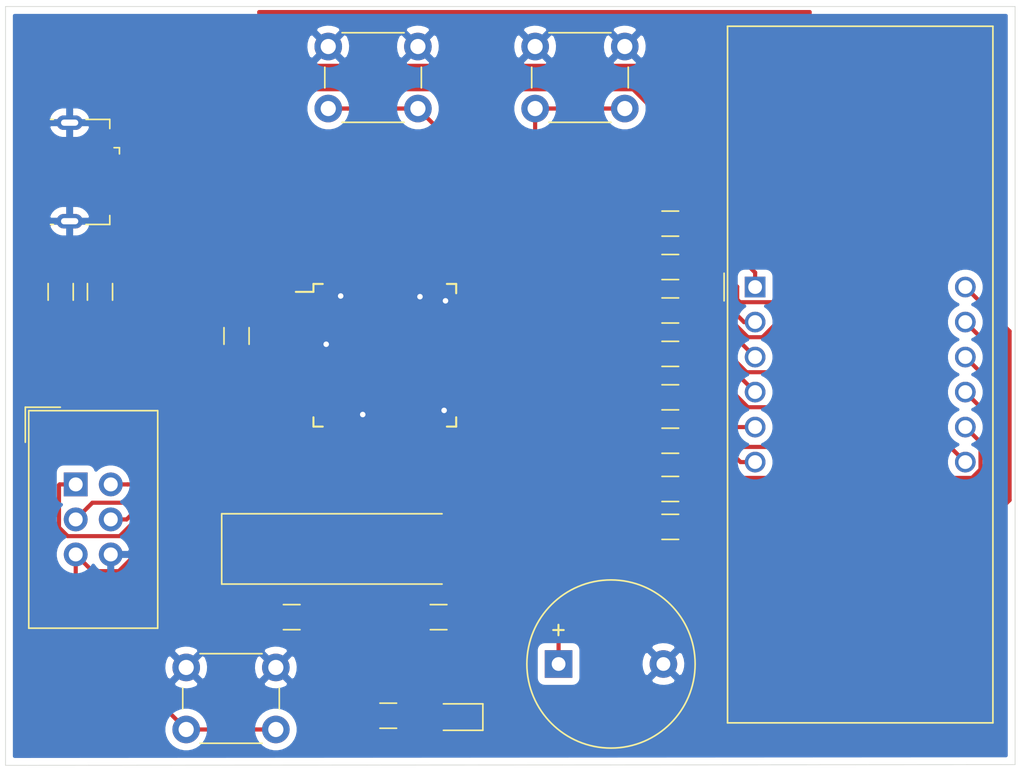
<source format=kicad_pcb>
(kicad_pcb (version 20171130) (host pcbnew "(5.1.5)-3")

  (general
    (thickness 1.6)
    (drawings 4)
    (tracks 338)
    (zones 0)
    (modules 24)
    (nets 47)
  )

  (page A4)
  (layers
    (0 F.Cu signal)
    (31 B.Cu power)
    (32 B.Adhes user)
    (33 F.Adhes user)
    (34 B.Paste user)
    (35 F.Paste user)
    (36 B.SilkS user)
    (37 F.SilkS user)
    (38 B.Mask user)
    (39 F.Mask user)
    (40 Dwgs.User user)
    (41 Cmts.User user)
    (42 Eco1.User user)
    (43 Eco2.User user)
    (44 Edge.Cuts user)
    (45 Margin user)
    (46 B.CrtYd user)
    (47 F.CrtYd user)
    (48 B.Fab user hide)
    (49 F.Fab user hide)
  )

  (setup
    (last_trace_width 0.25)
    (user_trace_width 0.3)
    (user_trace_width 0.4)
    (user_trace_width 0.5)
    (trace_clearance 0.2)
    (zone_clearance 0.508)
    (zone_45_only no)
    (trace_min 0.2)
    (via_size 0.8)
    (via_drill 0.4)
    (via_min_size 0.4)
    (via_min_drill 0.3)
    (uvia_size 0.3)
    (uvia_drill 0.1)
    (uvias_allowed no)
    (uvia_min_size 0.2)
    (uvia_min_drill 0.1)
    (edge_width 0.05)
    (segment_width 0.2)
    (pcb_text_width 0.3)
    (pcb_text_size 1.5 1.5)
    (mod_edge_width 0.12)
    (mod_text_size 1 1)
    (mod_text_width 0.15)
    (pad_size 1.524 1.524)
    (pad_drill 0.762)
    (pad_to_mask_clearance 0.051)
    (solder_mask_min_width 0.25)
    (aux_axis_origin 0 0)
    (visible_elements 7FFFFFFF)
    (pcbplotparams
      (layerselection 0x010fc_ffffffff)
      (usegerberextensions false)
      (usegerberattributes false)
      (usegerberadvancedattributes false)
      (creategerberjobfile false)
      (excludeedgelayer true)
      (linewidth 0.100000)
      (plotframeref false)
      (viasonmask false)
      (mode 1)
      (useauxorigin false)
      (hpglpennumber 1)
      (hpglpenspeed 20)
      (hpglpendiameter 15.000000)
      (psnegative false)
      (psa4output false)
      (plotreference true)
      (plotvalue true)
      (plotinvisibletext false)
      (padsonsilk false)
      (subtractmaskfromsilk false)
      (outputformat 1)
      (mirror false)
      (drillshape 0)
      (scaleselection 1)
      (outputdirectory "Gerber/"))
  )

  (net 0 "")
  (net 1 "Net-(BZ1-Pad1)")
  (net 2 GND)
  (net 3 "Net-(C1-Pad1)")
  (net 4 "Net-(C2-Pad1)")
  (net 5 "Net-(C3-Pad1)")
  (net 6 "Net-(D1-Pad2)")
  (net 7 "Net-(J1-Pad2)")
  (net 8 VBUS)
  (net 9 "Net-(J1-Pad4)")
  (net 10 "Net-(J1-Pad3)")
  (net 11 /MISO)
  (net 12 /SCLK)
  (net 13 /MOSI)
  (net 14 /NRST)
  (net 15 "Net-(R1-Pad1)")
  (net 16 "Net-(R2-Pad1)")
  (net 17 "Net-(R3-Pad2)")
  (net 18 /A)
  (net 19 "Net-(R4-Pad1)")
  (net 20 "Net-(R5-Pad1)")
  (net 21 /B)
  (net 22 /C)
  (net 23 "Net-(R6-Pad1)")
  (net 24 "Net-(R7-Pad1)")
  (net 25 /D)
  (net 26 /E)
  (net 27 "Net-(R8-Pad1)")
  (net 28 "Net-(R9-Pad1)")
  (net 29 /F)
  (net 30 /G)
  (net 31 "Net-(R10-Pad1)")
  (net 32 "Net-(R11-Pad1)")
  (net 33 /DP)
  (net 34 /Button_A)
  (net 35 /Button_B)
  (net 36 "Net-(U1-Pad1)")
  (net 37 "Net-(U1-Pad8)")
  (net 38 "Net-(U1-Pad12)")
  (net 39 /Digit1)
  (net 40 /Digit2)
  (net 41 /Digit3)
  (net 42 "Net-(U1-Pad28)")
  (net 43 "Net-(U1-Pad29)")
  (net 44 "Net-(U1-Pad30)")
  (net 45 /Digit4)
  (net 46 "Net-(U1-Pad42)")

  (net_class Default "This is the default net class."
    (clearance 0.2)
    (trace_width 0.25)
    (via_dia 0.8)
    (via_drill 0.4)
    (uvia_dia 0.3)
    (uvia_drill 0.1)
    (add_net /A)
    (add_net /B)
    (add_net /Button_A)
    (add_net /Button_B)
    (add_net /C)
    (add_net /D)
    (add_net /DP)
    (add_net /Digit1)
    (add_net /Digit2)
    (add_net /Digit3)
    (add_net /Digit4)
    (add_net /E)
    (add_net /F)
    (add_net /G)
    (add_net /MISO)
    (add_net /MOSI)
    (add_net /NRST)
    (add_net /SCLK)
    (add_net GND)
    (add_net "Net-(BZ1-Pad1)")
    (add_net "Net-(C1-Pad1)")
    (add_net "Net-(C2-Pad1)")
    (add_net "Net-(C3-Pad1)")
    (add_net "Net-(D1-Pad2)")
    (add_net "Net-(J1-Pad2)")
    (add_net "Net-(J1-Pad3)")
    (add_net "Net-(J1-Pad4)")
    (add_net "Net-(R1-Pad1)")
    (add_net "Net-(R10-Pad1)")
    (add_net "Net-(R11-Pad1)")
    (add_net "Net-(R2-Pad1)")
    (add_net "Net-(R3-Pad2)")
    (add_net "Net-(R4-Pad1)")
    (add_net "Net-(R5-Pad1)")
    (add_net "Net-(R6-Pad1)")
    (add_net "Net-(R7-Pad1)")
    (add_net "Net-(R8-Pad1)")
    (add_net "Net-(R9-Pad1)")
    (add_net "Net-(U1-Pad1)")
    (add_net "Net-(U1-Pad12)")
    (add_net "Net-(U1-Pad28)")
    (add_net "Net-(U1-Pad29)")
    (add_net "Net-(U1-Pad30)")
    (add_net "Net-(U1-Pad42)")
    (add_net "Net-(U1-Pad8)")
    (add_net VBUS)
  )

  (module Buzzer_Beeper:Buzzer_12x9.5RM7.6 (layer F.Cu) (tedit 5A030281) (tstamp 5F27E7ED)
    (at 124.9 105.75)
    (descr "Generic Buzzer, D12mm height 9.5mm with RM7.6mm")
    (tags buzzer)
    (path /5F342B6D)
    (fp_text reference BZ1 (at 3.8 -7.2) (layer F.Fab)
      (effects (font (size 1 1) (thickness 0.15)))
    )
    (fp_text value Buzzer (at 3.8 7.4) (layer F.Fab)
      (effects (font (size 1 1) (thickness 0.15)))
    )
    (fp_circle (center 3.8 0) (end 9.9 0) (layer F.SilkS) (width 0.12))
    (fp_circle (center 3.8 0) (end 4.8 0) (layer F.Fab) (width 0.1))
    (fp_circle (center 3.8 0) (end 9.8 0) (layer F.Fab) (width 0.1))
    (fp_circle (center 3.8 0) (end 10.05 0) (layer F.CrtYd) (width 0.05))
    (fp_text user %R (at 3.8 -4) (layer F.Fab)
      (effects (font (size 1 1) (thickness 0.15)))
    )
    (fp_text user + (at -0.01 -2.54) (layer F.SilkS)
      (effects (font (size 1 1) (thickness 0.15)))
    )
    (fp_text user + (at -0.01 -2.54) (layer F.Fab)
      (effects (font (size 1 1) (thickness 0.15)))
    )
    (pad 2 thru_hole circle (at 7.6 0) (size 2 2) (drill 1) (layers *.Cu *.Mask)
      (net 2 GND))
    (pad 1 thru_hole rect (at 0 0) (size 2 2) (drill 1) (layers *.Cu *.Mask)
      (net 1 "Net-(BZ1-Pad1)"))
    (model ${KISYS3DMOD}/Buzzer_Beeper.3dshapes/Buzzer_12x9.5RM7.6.wrl
      (at (xyz 0 0 0))
      (scale (xyz 1 1 1))
      (rotate (xyz 0 0 0))
    )
  )

  (module Capacitor_SMD:C_1206_3216Metric_Pad1.42x1.75mm_HandSolder (layer F.Cu) (tedit 5B301BBE) (tstamp 5F286F35)
    (at 116.2 102.35)
    (descr "Capacitor SMD 1206 (3216 Metric), square (rectangular) end terminal, IPC_7351 nominal with elongated pad for handsoldering. (Body size source: http://www.tortai-tech.com/upload/download/2011102023233369053.pdf), generated with kicad-footprint-generator")
    (tags "capacitor handsolder")
    (path /5E9843E7)
    (attr smd)
    (fp_text reference C1 (at 0 -1.82) (layer F.Fab)
      (effects (font (size 1 1) (thickness 0.15)))
    )
    (fp_text value 12-22pF (at 0 1.82) (layer F.Fab)
      (effects (font (size 1 1) (thickness 0.15)))
    )
    (fp_text user %R (at 0 0) (layer F.Fab)
      (effects (font (size 0.8 0.8) (thickness 0.12)))
    )
    (fp_line (start 2.45 1.12) (end -2.45 1.12) (layer F.CrtYd) (width 0.05))
    (fp_line (start 2.45 -1.12) (end 2.45 1.12) (layer F.CrtYd) (width 0.05))
    (fp_line (start -2.45 -1.12) (end 2.45 -1.12) (layer F.CrtYd) (width 0.05))
    (fp_line (start -2.45 1.12) (end -2.45 -1.12) (layer F.CrtYd) (width 0.05))
    (fp_line (start -0.602064 0.91) (end 0.602064 0.91) (layer F.SilkS) (width 0.12))
    (fp_line (start -0.602064 -0.91) (end 0.602064 -0.91) (layer F.SilkS) (width 0.12))
    (fp_line (start 1.6 0.8) (end -1.6 0.8) (layer F.Fab) (width 0.1))
    (fp_line (start 1.6 -0.8) (end 1.6 0.8) (layer F.Fab) (width 0.1))
    (fp_line (start -1.6 -0.8) (end 1.6 -0.8) (layer F.Fab) (width 0.1))
    (fp_line (start -1.6 0.8) (end -1.6 -0.8) (layer F.Fab) (width 0.1))
    (pad 2 smd roundrect (at 1.4875 0) (size 1.425 1.75) (layers F.Cu F.Paste F.Mask) (roundrect_rratio 0.175439)
      (net 2 GND))
    (pad 1 smd roundrect (at -1.4875 0) (size 1.425 1.75) (layers F.Cu F.Paste F.Mask) (roundrect_rratio 0.175439)
      (net 3 "Net-(C1-Pad1)"))
    (model ${KISYS3DMOD}/Capacitor_SMD.3dshapes/C_1206_3216Metric.wrl
      (at (xyz 0 0 0))
      (scale (xyz 1 1 1))
      (rotate (xyz 0 0 0))
    )
  )

  (module Capacitor_SMD:C_1206_3216Metric_Pad1.42x1.75mm_HandSolder (layer F.Cu) (tedit 5B301BBE) (tstamp 5F286F65)
    (at 105.55 102.35)
    (descr "Capacitor SMD 1206 (3216 Metric), square (rectangular) end terminal, IPC_7351 nominal with elongated pad for handsoldering. (Body size source: http://www.tortai-tech.com/upload/download/2011102023233369053.pdf), generated with kicad-footprint-generator")
    (tags "capacitor handsolder")
    (path /5E984F5E)
    (attr smd)
    (fp_text reference C2 (at 0 -1.82) (layer F.Fab)
      (effects (font (size 1 1) (thickness 0.15)))
    )
    (fp_text value 12-22pF (at 0 1.82) (layer F.Fab)
      (effects (font (size 1 1) (thickness 0.15)))
    )
    (fp_line (start -1.6 0.8) (end -1.6 -0.8) (layer F.Fab) (width 0.1))
    (fp_line (start -1.6 -0.8) (end 1.6 -0.8) (layer F.Fab) (width 0.1))
    (fp_line (start 1.6 -0.8) (end 1.6 0.8) (layer F.Fab) (width 0.1))
    (fp_line (start 1.6 0.8) (end -1.6 0.8) (layer F.Fab) (width 0.1))
    (fp_line (start -0.602064 -0.91) (end 0.602064 -0.91) (layer F.SilkS) (width 0.12))
    (fp_line (start -0.602064 0.91) (end 0.602064 0.91) (layer F.SilkS) (width 0.12))
    (fp_line (start -2.45 1.12) (end -2.45 -1.12) (layer F.CrtYd) (width 0.05))
    (fp_line (start -2.45 -1.12) (end 2.45 -1.12) (layer F.CrtYd) (width 0.05))
    (fp_line (start 2.45 -1.12) (end 2.45 1.12) (layer F.CrtYd) (width 0.05))
    (fp_line (start 2.45 1.12) (end -2.45 1.12) (layer F.CrtYd) (width 0.05))
    (fp_text user %R (at 0 0) (layer F.Fab)
      (effects (font (size 0.8 0.8) (thickness 0.12)))
    )
    (pad 1 smd roundrect (at -1.4875 0) (size 1.425 1.75) (layers F.Cu F.Paste F.Mask) (roundrect_rratio 0.175439)
      (net 4 "Net-(C2-Pad1)"))
    (pad 2 smd roundrect (at 1.4875 0) (size 1.425 1.75) (layers F.Cu F.Paste F.Mask) (roundrect_rratio 0.175439)
      (net 2 GND))
    (model ${KISYS3DMOD}/Capacitor_SMD.3dshapes/C_1206_3216Metric.wrl
      (at (xyz 0 0 0))
      (scale (xyz 1 1 1))
      (rotate (xyz 0 0 0))
    )
  )

  (module Capacitor_SMD:C_1206_3216Metric_Pad1.42x1.75mm_HandSolder (layer F.Cu) (tedit 5B301BBE) (tstamp 5F27E820)
    (at 101.55 81.95 90)
    (descr "Capacitor SMD 1206 (3216 Metric), square (rectangular) end terminal, IPC_7351 nominal with elongated pad for handsoldering. (Body size source: http://www.tortai-tech.com/upload/download/2011102023233369053.pdf), generated with kicad-footprint-generator")
    (tags "capacitor handsolder")
    (path /5E9825CE)
    (attr smd)
    (fp_text reference C3 (at 0 -1.82 90) (layer F.Fab)
      (effects (font (size 1 1) (thickness 0.15)))
    )
    (fp_text value 1μF (at 0 1.82 90) (layer F.Fab)
      (effects (font (size 1 1) (thickness 0.15)))
    )
    (fp_line (start -1.6 0.8) (end -1.6 -0.8) (layer F.Fab) (width 0.1))
    (fp_line (start -1.6 -0.8) (end 1.6 -0.8) (layer F.Fab) (width 0.1))
    (fp_line (start 1.6 -0.8) (end 1.6 0.8) (layer F.Fab) (width 0.1))
    (fp_line (start 1.6 0.8) (end -1.6 0.8) (layer F.Fab) (width 0.1))
    (fp_line (start -0.602064 -0.91) (end 0.602064 -0.91) (layer F.SilkS) (width 0.12))
    (fp_line (start -0.602064 0.91) (end 0.602064 0.91) (layer F.SilkS) (width 0.12))
    (fp_line (start -2.45 1.12) (end -2.45 -1.12) (layer F.CrtYd) (width 0.05))
    (fp_line (start -2.45 -1.12) (end 2.45 -1.12) (layer F.CrtYd) (width 0.05))
    (fp_line (start 2.45 -1.12) (end 2.45 1.12) (layer F.CrtYd) (width 0.05))
    (fp_line (start 2.45 1.12) (end -2.45 1.12) (layer F.CrtYd) (width 0.05))
    (fp_text user %R (at 0 0 90) (layer F.Fab)
      (effects (font (size 0.8 0.8) (thickness 0.12)))
    )
    (pad 1 smd roundrect (at -1.4875 0 90) (size 1.425 1.75) (layers F.Cu F.Paste F.Mask) (roundrect_rratio 0.175439)
      (net 5 "Net-(C3-Pad1)"))
    (pad 2 smd roundrect (at 1.4875 0 90) (size 1.425 1.75) (layers F.Cu F.Paste F.Mask) (roundrect_rratio 0.175439)
      (net 2 GND))
    (model ${KISYS3DMOD}/Capacitor_SMD.3dshapes/C_1206_3216Metric.wrl
      (at (xyz 0 0 0))
      (scale (xyz 1 1 1))
      (rotate (xyz 0 0 0))
    )
  )

  (module LED_SMD:LED_0805_2012Metric_Pad1.15x1.40mm_HandSolder (layer F.Cu) (tedit 5B4B45C9) (tstamp 5F27F132)
    (at 117.55 109.6 180)
    (descr "LED SMD 0805 (2012 Metric), square (rectangular) end terminal, IPC_7351 nominal, (Body size source: https://docs.google.com/spreadsheets/d/1BsfQQcO9C6DZCsRaXUlFlo91Tg2WpOkGARC1WS5S8t0/edit?usp=sharing), generated with kicad-footprint-generator")
    (tags "LED handsolder")
    (path /5F34CC14)
    (attr smd)
    (fp_text reference D1 (at 0 -1.65) (layer F.Fab)
      (effects (font (size 1 1) (thickness 0.15)))
    )
    (fp_text value LED (at 0 1.65) (layer F.Fab)
      (effects (font (size 1 1) (thickness 0.15)))
    )
    (fp_line (start 1 -0.6) (end -0.7 -0.6) (layer F.Fab) (width 0.1))
    (fp_line (start -0.7 -0.6) (end -1 -0.3) (layer F.Fab) (width 0.1))
    (fp_line (start -1 -0.3) (end -1 0.6) (layer F.Fab) (width 0.1))
    (fp_line (start -1 0.6) (end 1 0.6) (layer F.Fab) (width 0.1))
    (fp_line (start 1 0.6) (end 1 -0.6) (layer F.Fab) (width 0.1))
    (fp_line (start 1 -0.96) (end -1.86 -0.96) (layer F.SilkS) (width 0.12))
    (fp_line (start -1.86 -0.96) (end -1.86 0.96) (layer F.SilkS) (width 0.12))
    (fp_line (start -1.86 0.96) (end 1 0.96) (layer F.SilkS) (width 0.12))
    (fp_line (start -1.85 0.95) (end -1.85 -0.95) (layer F.CrtYd) (width 0.05))
    (fp_line (start -1.85 -0.95) (end 1.85 -0.95) (layer F.CrtYd) (width 0.05))
    (fp_line (start 1.85 -0.95) (end 1.85 0.95) (layer F.CrtYd) (width 0.05))
    (fp_line (start 1.85 0.95) (end -1.85 0.95) (layer F.CrtYd) (width 0.05))
    (fp_text user %R (at 0 0) (layer F.Fab)
      (effects (font (size 0.5 0.5) (thickness 0.08)))
    )
    (pad 1 smd roundrect (at -1.025 0 180) (size 1.15 1.4) (layers F.Cu F.Paste F.Mask) (roundrect_rratio 0.217391)
      (net 2 GND))
    (pad 2 smd roundrect (at 1.025 0 180) (size 1.15 1.4) (layers F.Cu F.Paste F.Mask) (roundrect_rratio 0.217391)
      (net 6 "Net-(D1-Pad2)"))
    (model ${KISYS3DMOD}/LED_SMD.3dshapes/LED_0805_2012Metric.wrl
      (at (xyz 0 0 0))
      (scale (xyz 1 1 1))
      (rotate (xyz 0 0 0))
    )
  )

  (module Connector_USB:USB_Micro-B_GCT_USB3076-30-A (layer F.Cu) (tedit 5A170D03) (tstamp 5F27E85A)
    (at 90.65 70.05 270)
    (descr "GCT Micro USB https://gct.co/files/drawings/usb3076.pdf")
    (tags "Micro-USB SMD Typ-B GCT")
    (path /5E974B92)
    (attr smd)
    (fp_text reference J1 (at 0 -3.3 90) (layer F.Fab)
      (effects (font (size 1 1) (thickness 0.15)))
    )
    (fp_text value USB_B_Micro (at 0 5.2 90) (layer F.Fab)
      (effects (font (size 1 1) (thickness 0.15)))
    )
    (fp_line (start -4.6 4.45) (end 4.6 4.45) (layer F.CrtYd) (width 0.05))
    (fp_line (start 4.6 -2.65) (end 4.6 4.45) (layer F.CrtYd) (width 0.05))
    (fp_line (start -4.6 -2.65) (end 4.6 -2.65) (layer F.CrtYd) (width 0.05))
    (fp_line (start -4.6 4.45) (end -4.6 -2.65) (layer F.CrtYd) (width 0.05))
    (fp_text user "PCB Edge" (at 0 2.65 90) (layer Dwgs.User)
      (effects (font (size 0.5 0.5) (thickness 0.08)))
    )
    (fp_line (start -3.81 -1.71) (end -3.15 -1.71) (layer F.SilkS) (width 0.12))
    (fp_line (start -3.81 0.02) (end -3.81 -1.71) (layer F.SilkS) (width 0.12))
    (fp_line (start 3.81 2.59) (end 3.81 2.38) (layer F.SilkS) (width 0.12))
    (fp_line (start 3.7 3.95) (end 3.7 -1.6) (layer F.Fab) (width 0.1))
    (fp_line (start -3 2.65) (end 3 2.65) (layer F.Fab) (width 0.1))
    (fp_line (start -3.7 3.95) (end 3.7 3.95) (layer F.Fab) (width 0.1))
    (fp_line (start -3.7 -1.6) (end 3.7 -1.6) (layer F.Fab) (width 0.1))
    (fp_line (start -3.7 3.95) (end -3.7 -1.6) (layer F.Fab) (width 0.1))
    (fp_line (start -3.81 2.59) (end -3.81 2.38) (layer F.SilkS) (width 0.12))
    (fp_line (start 3.81 0.02) (end 3.81 -1.71) (layer F.SilkS) (width 0.12))
    (fp_line (start 3.81 -1.71) (end 3.16 -1.71) (layer F.SilkS) (width 0.12))
    (fp_text user %R (at 0 0.85 90) (layer F.Fab)
      (effects (font (size 1 1) (thickness 0.15)))
    )
    (fp_line (start -1.76 -2.41) (end -1.31 -2.41) (layer F.SilkS) (width 0.12))
    (fp_line (start -1.76 -2.41) (end -1.76 -2.02) (layer F.SilkS) (width 0.12))
    (fp_line (start -1.3 -1.75) (end -1.5 -1.95) (layer F.Fab) (width 0.1))
    (fp_line (start -1.1 -1.95) (end -1.3 -1.75) (layer F.Fab) (width 0.1))
    (fp_line (start -1.5 -2.16) (end -1.1 -2.16) (layer F.Fab) (width 0.1))
    (fp_line (start -1.5 -2.16) (end -1.5 -1.95) (layer F.Fab) (width 0.1))
    (fp_line (start -1.1 -2.16) (end -1.1 -1.95) (layer F.Fab) (width 0.1))
    (pad 6 smd rect (at 1.125 1.2 270) (size 1.75 1.9) (layers F.Cu F.Paste F.Mask)
      (net 2 GND))
    (pad 2 smd rect (at -0.65 -1.45 270) (size 0.4 1.4) (layers F.Cu F.Paste F.Mask)
      (net 7 "Net-(J1-Pad2)"))
    (pad 1 smd rect (at -1.3 -1.45 270) (size 0.4 1.4) (layers F.Cu F.Paste F.Mask)
      (net 8 VBUS))
    (pad 5 smd rect (at 1.3 -1.45 270) (size 0.4 1.4) (layers F.Cu F.Paste F.Mask)
      (net 2 GND))
    (pad 4 smd rect (at 0.65 -1.45 270) (size 0.4 1.4) (layers F.Cu F.Paste F.Mask)
      (net 9 "Net-(J1-Pad4)"))
    (pad 3 smd rect (at 0 -1.45 270) (size 0.4 1.4) (layers F.Cu F.Paste F.Mask)
      (net 10 "Net-(J1-Pad3)"))
    (pad 6 smd rect (at -1.125 1.2 270) (size 1.75 1.9) (layers F.Cu F.Paste F.Mask)
      (net 2 GND))
    (pad 6 thru_hole oval (at -3.575 1.2 90) (size 1.05 1.9) (drill oval 0.45 1.25) (layers *.Cu *.Mask)
      (net 2 GND))
    (pad 6 thru_hole oval (at 3.575 1.2 270) (size 1.05 1.9) (drill oval 0.45 1.25) (layers *.Cu *.Mask)
      (net 2 GND))
    (pad 6 smd rect (at 2.32 -1.03 270) (size 1.15 1.45) (layers F.Cu F.Paste F.Mask)
      (net 2 GND))
    (pad 6 smd rect (at -2.32 -1.03 270) (size 1.15 1.45) (layers F.Cu F.Paste F.Mask)
      (net 2 GND))
    (model ${KISYS3DMOD}/Connector_USB.3dshapes/USB_Micro-B_GCT_USB3076-30-A.wrl
      (at (xyz 0 0 0))
      (scale (xyz 1 1 1))
      (rotate (xyz 0 0 0))
    )
  )

  (module Connector_IDC:IDC-Header_2x03_P2.54mm_Vertical (layer F.Cu) (tedit 59DE0819) (tstamp 5F285EBC)
    (at 89.89 92.72)
    (descr "Through hole straight IDC box header, 2x03, 2.54mm pitch, double rows")
    (tags "Through hole IDC box header THT 2x03 2.54mm double row")
    (path /5E997169)
    (fp_text reference J2 (at 1.27 -6.604) (layer F.Fab)
      (effects (font (size 1 1) (thickness 0.15)))
    )
    (fp_text value AVR-ISP-6 (at 1.27 11.684) (layer F.Fab)
      (effects (font (size 1 1) (thickness 0.15)))
    )
    (fp_text user %R (at 1.27 2.54) (layer F.Fab)
      (effects (font (size 1 1) (thickness 0.15)))
    )
    (fp_line (start 5.695 -5.1) (end 5.695 10.18) (layer F.Fab) (width 0.1))
    (fp_line (start 5.145 -4.56) (end 5.145 9.62) (layer F.Fab) (width 0.1))
    (fp_line (start -3.155 -5.1) (end -3.155 10.18) (layer F.Fab) (width 0.1))
    (fp_line (start -2.605 -4.56) (end -2.605 0.29) (layer F.Fab) (width 0.1))
    (fp_line (start -2.605 4.79) (end -2.605 9.62) (layer F.Fab) (width 0.1))
    (fp_line (start -2.605 0.29) (end -3.155 0.29) (layer F.Fab) (width 0.1))
    (fp_line (start -2.605 4.79) (end -3.155 4.79) (layer F.Fab) (width 0.1))
    (fp_line (start 5.695 -5.1) (end -3.155 -5.1) (layer F.Fab) (width 0.1))
    (fp_line (start 5.145 -4.56) (end -2.605 -4.56) (layer F.Fab) (width 0.1))
    (fp_line (start 5.695 10.18) (end -3.155 10.18) (layer F.Fab) (width 0.1))
    (fp_line (start 5.145 9.62) (end -2.605 9.62) (layer F.Fab) (width 0.1))
    (fp_line (start 5.695 -5.1) (end 5.145 -4.56) (layer F.Fab) (width 0.1))
    (fp_line (start 5.695 10.18) (end 5.145 9.62) (layer F.Fab) (width 0.1))
    (fp_line (start -3.155 -5.1) (end -2.605 -4.56) (layer F.Fab) (width 0.1))
    (fp_line (start -3.155 10.18) (end -2.605 9.62) (layer F.Fab) (width 0.1))
    (fp_line (start 5.95 -5.35) (end 5.95 10.43) (layer F.CrtYd) (width 0.05))
    (fp_line (start 5.95 10.43) (end -3.41 10.43) (layer F.CrtYd) (width 0.05))
    (fp_line (start -3.41 10.43) (end -3.41 -5.35) (layer F.CrtYd) (width 0.05))
    (fp_line (start -3.41 -5.35) (end 5.95 -5.35) (layer F.CrtYd) (width 0.05))
    (fp_line (start 5.945 -5.35) (end 5.945 10.43) (layer F.SilkS) (width 0.12))
    (fp_line (start 5.945 10.43) (end -3.405 10.43) (layer F.SilkS) (width 0.12))
    (fp_line (start -3.405 10.43) (end -3.405 -5.35) (layer F.SilkS) (width 0.12))
    (fp_line (start -3.405 -5.35) (end 5.945 -5.35) (layer F.SilkS) (width 0.12))
    (fp_line (start -3.655 -5.6) (end -3.655 -3.06) (layer F.SilkS) (width 0.12))
    (fp_line (start -3.655 -5.6) (end -1.115 -5.6) (layer F.SilkS) (width 0.12))
    (pad 1 thru_hole rect (at 0 0) (size 1.7272 1.7272) (drill 1.016) (layers *.Cu *.Mask)
      (net 11 /MISO))
    (pad 2 thru_hole oval (at 2.54 0) (size 1.7272 1.7272) (drill 1.016) (layers *.Cu *.Mask)
      (net 8 VBUS))
    (pad 3 thru_hole oval (at 0 2.54) (size 1.7272 1.7272) (drill 1.016) (layers *.Cu *.Mask)
      (net 12 /SCLK))
    (pad 4 thru_hole oval (at 2.54 2.54) (size 1.7272 1.7272) (drill 1.016) (layers *.Cu *.Mask)
      (net 13 /MOSI))
    (pad 5 thru_hole oval (at 0 5.08) (size 1.7272 1.7272) (drill 1.016) (layers *.Cu *.Mask)
      (net 14 /NRST))
    (pad 6 thru_hole oval (at 2.54 5.08) (size 1.7272 1.7272) (drill 1.016) (layers *.Cu *.Mask)
      (net 2 GND))
    (model ${KISYS3DMOD}/Connector_IDC.3dshapes/IDC-Header_2x03_P2.54mm_Vertical.wrl
      (at (xyz 0 0 0))
      (scale (xyz 1 1 1))
      (rotate (xyz 0 0 0))
    )
  )

  (module Resistor_SMD:R_1206_3216Metric_Pad1.42x1.75mm_HandSolder (layer F.Cu) (tedit 5B301BBD) (tstamp 5F27E88F)
    (at 88.8 78.75 90)
    (descr "Resistor SMD 1206 (3216 Metric), square (rectangular) end terminal, IPC_7351 nominal with elongated pad for handsoldering. (Body size source: http://www.tortai-tech.com/upload/download/2011102023233369053.pdf), generated with kicad-footprint-generator")
    (tags "resistor handsolder")
    (path /5E976A2A)
    (attr smd)
    (fp_text reference R1 (at 0 -1.82 90) (layer F.Fab)
      (effects (font (size 1 1) (thickness 0.15)))
    )
    (fp_text value 22Ω (at 0 1.82 90) (layer F.Fab)
      (effects (font (size 1 1) (thickness 0.15)))
    )
    (fp_line (start -1.6 0.8) (end -1.6 -0.8) (layer F.Fab) (width 0.1))
    (fp_line (start -1.6 -0.8) (end 1.6 -0.8) (layer F.Fab) (width 0.1))
    (fp_line (start 1.6 -0.8) (end 1.6 0.8) (layer F.Fab) (width 0.1))
    (fp_line (start 1.6 0.8) (end -1.6 0.8) (layer F.Fab) (width 0.1))
    (fp_line (start -0.602064 -0.91) (end 0.602064 -0.91) (layer F.SilkS) (width 0.12))
    (fp_line (start -0.602064 0.91) (end 0.602064 0.91) (layer F.SilkS) (width 0.12))
    (fp_line (start -2.45 1.12) (end -2.45 -1.12) (layer F.CrtYd) (width 0.05))
    (fp_line (start -2.45 -1.12) (end 2.45 -1.12) (layer F.CrtYd) (width 0.05))
    (fp_line (start 2.45 -1.12) (end 2.45 1.12) (layer F.CrtYd) (width 0.05))
    (fp_line (start 2.45 1.12) (end -2.45 1.12) (layer F.CrtYd) (width 0.05))
    (fp_text user %R (at 0 0 90) (layer F.Fab)
      (effects (font (size 0.8 0.8) (thickness 0.12)))
    )
    (pad 1 smd roundrect (at -1.4875 0 90) (size 1.425 1.75) (layers F.Cu F.Paste F.Mask) (roundrect_rratio 0.175439)
      (net 15 "Net-(R1-Pad1)"))
    (pad 2 smd roundrect (at 1.4875 0 90) (size 1.425 1.75) (layers F.Cu F.Paste F.Mask) (roundrect_rratio 0.175439)
      (net 10 "Net-(J1-Pad3)"))
    (model ${KISYS3DMOD}/Resistor_SMD.3dshapes/R_1206_3216Metric.wrl
      (at (xyz 0 0 0))
      (scale (xyz 1 1 1))
      (rotate (xyz 0 0 0))
    )
  )

  (module Resistor_SMD:R_1206_3216Metric_Pad1.42x1.75mm_HandSolder (layer F.Cu) (tedit 5B301BBD) (tstamp 5F27E8A0)
    (at 91.65 78.75 90)
    (descr "Resistor SMD 1206 (3216 Metric), square (rectangular) end terminal, IPC_7351 nominal with elongated pad for handsoldering. (Body size source: http://www.tortai-tech.com/upload/download/2011102023233369053.pdf), generated with kicad-footprint-generator")
    (tags "resistor handsolder")
    (path /5E9776BE)
    (attr smd)
    (fp_text reference R2 (at 0 -1.82 90) (layer F.Fab)
      (effects (font (size 1 1) (thickness 0.15)))
    )
    (fp_text value 22Ω (at 0 1.82 90) (layer F.Fab)
      (effects (font (size 1 1) (thickness 0.15)))
    )
    (fp_line (start -1.6 0.8) (end -1.6 -0.8) (layer F.Fab) (width 0.1))
    (fp_line (start -1.6 -0.8) (end 1.6 -0.8) (layer F.Fab) (width 0.1))
    (fp_line (start 1.6 -0.8) (end 1.6 0.8) (layer F.Fab) (width 0.1))
    (fp_line (start 1.6 0.8) (end -1.6 0.8) (layer F.Fab) (width 0.1))
    (fp_line (start -0.602064 -0.91) (end 0.602064 -0.91) (layer F.SilkS) (width 0.12))
    (fp_line (start -0.602064 0.91) (end 0.602064 0.91) (layer F.SilkS) (width 0.12))
    (fp_line (start -2.45 1.12) (end -2.45 -1.12) (layer F.CrtYd) (width 0.05))
    (fp_line (start -2.45 -1.12) (end 2.45 -1.12) (layer F.CrtYd) (width 0.05))
    (fp_line (start 2.45 -1.12) (end 2.45 1.12) (layer F.CrtYd) (width 0.05))
    (fp_line (start 2.45 1.12) (end -2.45 1.12) (layer F.CrtYd) (width 0.05))
    (fp_text user %R (at 0 0 90) (layer F.Fab)
      (effects (font (size 0.8 0.8) (thickness 0.12)))
    )
    (pad 1 smd roundrect (at -1.4875 0 90) (size 1.425 1.75) (layers F.Cu F.Paste F.Mask) (roundrect_rratio 0.175439)
      (net 16 "Net-(R2-Pad1)"))
    (pad 2 smd roundrect (at 1.4875 0 90) (size 1.425 1.75) (layers F.Cu F.Paste F.Mask) (roundrect_rratio 0.175439)
      (net 7 "Net-(J1-Pad2)"))
    (model ${KISYS3DMOD}/Resistor_SMD.3dshapes/R_1206_3216Metric.wrl
      (at (xyz 0 0 0))
      (scale (xyz 1 1 1))
      (rotate (xyz 0 0 0))
    )
  )

  (module Resistor_SMD:R_1206_3216Metric_Pad1.42x1.75mm_HandSolder (layer F.Cu) (tedit 5B301BBD) (tstamp 5F27E8B1)
    (at 112.55 109.5 180)
    (descr "Resistor SMD 1206 (3216 Metric), square (rectangular) end terminal, IPC_7351 nominal with elongated pad for handsoldering. (Body size source: http://www.tortai-tech.com/upload/download/2011102023233369053.pdf), generated with kicad-footprint-generator")
    (tags "resistor handsolder")
    (path /5F349142)
    (attr smd)
    (fp_text reference R3 (at 0 -1.82) (layer F.Fab)
      (effects (font (size 1 1) (thickness 0.15)))
    )
    (fp_text value 100Ω (at 0 1.82) (layer F.Fab)
      (effects (font (size 1 1) (thickness 0.15)))
    )
    (fp_text user %R (at 0 0) (layer F.Fab)
      (effects (font (size 0.8 0.8) (thickness 0.12)))
    )
    (fp_line (start 2.45 1.12) (end -2.45 1.12) (layer F.CrtYd) (width 0.05))
    (fp_line (start 2.45 -1.12) (end 2.45 1.12) (layer F.CrtYd) (width 0.05))
    (fp_line (start -2.45 -1.12) (end 2.45 -1.12) (layer F.CrtYd) (width 0.05))
    (fp_line (start -2.45 1.12) (end -2.45 -1.12) (layer F.CrtYd) (width 0.05))
    (fp_line (start -0.602064 0.91) (end 0.602064 0.91) (layer F.SilkS) (width 0.12))
    (fp_line (start -0.602064 -0.91) (end 0.602064 -0.91) (layer F.SilkS) (width 0.12))
    (fp_line (start 1.6 0.8) (end -1.6 0.8) (layer F.Fab) (width 0.1))
    (fp_line (start 1.6 -0.8) (end 1.6 0.8) (layer F.Fab) (width 0.1))
    (fp_line (start -1.6 -0.8) (end 1.6 -0.8) (layer F.Fab) (width 0.1))
    (fp_line (start -1.6 0.8) (end -1.6 -0.8) (layer F.Fab) (width 0.1))
    (pad 2 smd roundrect (at 1.4875 0 180) (size 1.425 1.75) (layers F.Cu F.Paste F.Mask) (roundrect_rratio 0.175439)
      (net 17 "Net-(R3-Pad2)"))
    (pad 1 smd roundrect (at -1.4875 0 180) (size 1.425 1.75) (layers F.Cu F.Paste F.Mask) (roundrect_rratio 0.175439)
      (net 6 "Net-(D1-Pad2)"))
    (model ${KISYS3DMOD}/Resistor_SMD.3dshapes/R_1206_3216Metric.wrl
      (at (xyz 0 0 0))
      (scale (xyz 1 1 1))
      (rotate (xyz 0 0 0))
    )
  )

  (module Resistor_SMD:R_1206_3216Metric_Pad1.42x1.75mm_HandSolder (layer F.Cu) (tedit 5B301BBD) (tstamp 5F27E8C2)
    (at 133 95.8 180)
    (descr "Resistor SMD 1206 (3216 Metric), square (rectangular) end terminal, IPC_7351 nominal with elongated pad for handsoldering. (Body size source: http://www.tortai-tech.com/upload/download/2011102023233369053.pdf), generated with kicad-footprint-generator")
    (tags "resistor handsolder")
    (path /5F2EABE0)
    (attr smd)
    (fp_text reference R4 (at 0 -1.82) (layer F.Fab)
      (effects (font (size 1 1) (thickness 0.15)))
    )
    (fp_text value 300Ω (at 0 1.82) (layer F.Fab)
      (effects (font (size 1 1) (thickness 0.15)))
    )
    (fp_text user %R (at 0 0) (layer F.Fab)
      (effects (font (size 0.8 0.8) (thickness 0.12)))
    )
    (fp_line (start 2.45 1.12) (end -2.45 1.12) (layer F.CrtYd) (width 0.05))
    (fp_line (start 2.45 -1.12) (end 2.45 1.12) (layer F.CrtYd) (width 0.05))
    (fp_line (start -2.45 -1.12) (end 2.45 -1.12) (layer F.CrtYd) (width 0.05))
    (fp_line (start -2.45 1.12) (end -2.45 -1.12) (layer F.CrtYd) (width 0.05))
    (fp_line (start -0.602064 0.91) (end 0.602064 0.91) (layer F.SilkS) (width 0.12))
    (fp_line (start -0.602064 -0.91) (end 0.602064 -0.91) (layer F.SilkS) (width 0.12))
    (fp_line (start 1.6 0.8) (end -1.6 0.8) (layer F.Fab) (width 0.1))
    (fp_line (start 1.6 -0.8) (end 1.6 0.8) (layer F.Fab) (width 0.1))
    (fp_line (start -1.6 -0.8) (end 1.6 -0.8) (layer F.Fab) (width 0.1))
    (fp_line (start -1.6 0.8) (end -1.6 -0.8) (layer F.Fab) (width 0.1))
    (pad 2 smd roundrect (at 1.4875 0 180) (size 1.425 1.75) (layers F.Cu F.Paste F.Mask) (roundrect_rratio 0.175439)
      (net 18 /A))
    (pad 1 smd roundrect (at -1.4875 0 180) (size 1.425 1.75) (layers F.Cu F.Paste F.Mask) (roundrect_rratio 0.175439)
      (net 19 "Net-(R4-Pad1)"))
    (model ${KISYS3DMOD}/Resistor_SMD.3dshapes/R_1206_3216Metric.wrl
      (at (xyz 0 0 0))
      (scale (xyz 1 1 1))
      (rotate (xyz 0 0 0))
    )
  )

  (module Resistor_SMD:R_1206_3216Metric_Pad1.42x1.75mm_HandSolder (layer F.Cu) (tedit 5B301BBD) (tstamp 5F27E8D3)
    (at 133 89.55 180)
    (descr "Resistor SMD 1206 (3216 Metric), square (rectangular) end terminal, IPC_7351 nominal with elongated pad for handsoldering. (Body size source: http://www.tortai-tech.com/upload/download/2011102023233369053.pdf), generated with kicad-footprint-generator")
    (tags "resistor handsolder")
    (path /5F2F1F22)
    (attr smd)
    (fp_text reference R5 (at 0 -1.82) (layer F.Fab)
      (effects (font (size 1 1) (thickness 0.15)))
    )
    (fp_text value 300Ω (at 0 1.82) (layer F.Fab)
      (effects (font (size 1 1) (thickness 0.15)))
    )
    (fp_line (start -1.6 0.8) (end -1.6 -0.8) (layer F.Fab) (width 0.1))
    (fp_line (start -1.6 -0.8) (end 1.6 -0.8) (layer F.Fab) (width 0.1))
    (fp_line (start 1.6 -0.8) (end 1.6 0.8) (layer F.Fab) (width 0.1))
    (fp_line (start 1.6 0.8) (end -1.6 0.8) (layer F.Fab) (width 0.1))
    (fp_line (start -0.602064 -0.91) (end 0.602064 -0.91) (layer F.SilkS) (width 0.12))
    (fp_line (start -0.602064 0.91) (end 0.602064 0.91) (layer F.SilkS) (width 0.12))
    (fp_line (start -2.45 1.12) (end -2.45 -1.12) (layer F.CrtYd) (width 0.05))
    (fp_line (start -2.45 -1.12) (end 2.45 -1.12) (layer F.CrtYd) (width 0.05))
    (fp_line (start 2.45 -1.12) (end 2.45 1.12) (layer F.CrtYd) (width 0.05))
    (fp_line (start 2.45 1.12) (end -2.45 1.12) (layer F.CrtYd) (width 0.05))
    (fp_text user %R (at 0 0) (layer F.Fab)
      (effects (font (size 0.8 0.8) (thickness 0.12)))
    )
    (pad 1 smd roundrect (at -1.4875 0 180) (size 1.425 1.75) (layers F.Cu F.Paste F.Mask) (roundrect_rratio 0.175439)
      (net 20 "Net-(R5-Pad1)"))
    (pad 2 smd roundrect (at 1.4875 0 180) (size 1.425 1.75) (layers F.Cu F.Paste F.Mask) (roundrect_rratio 0.175439)
      (net 21 /B))
    (model ${KISYS3DMOD}/Resistor_SMD.3dshapes/R_1206_3216Metric.wrl
      (at (xyz 0 0 0))
      (scale (xyz 1 1 1))
      (rotate (xyz 0 0 0))
    )
  )

  (module Resistor_SMD:R_1206_3216Metric_Pad1.42x1.75mm_HandSolder (layer F.Cu) (tedit 5B301BBD) (tstamp 5F27E8E4)
    (at 133 83.25 180)
    (descr "Resistor SMD 1206 (3216 Metric), square (rectangular) end terminal, IPC_7351 nominal with elongated pad for handsoldering. (Body size source: http://www.tortai-tech.com/upload/download/2011102023233369053.pdf), generated with kicad-footprint-generator")
    (tags "resistor handsolder")
    (path /5F2F22AD)
    (attr smd)
    (fp_text reference R6 (at 0 -1.82) (layer F.Fab)
      (effects (font (size 1 1) (thickness 0.15)))
    )
    (fp_text value 300Ω (at 0 1.82) (layer F.Fab)
      (effects (font (size 1 1) (thickness 0.15)))
    )
    (fp_text user %R (at 0 0) (layer F.Fab)
      (effects (font (size 0.8 0.8) (thickness 0.12)))
    )
    (fp_line (start 2.45 1.12) (end -2.45 1.12) (layer F.CrtYd) (width 0.05))
    (fp_line (start 2.45 -1.12) (end 2.45 1.12) (layer F.CrtYd) (width 0.05))
    (fp_line (start -2.45 -1.12) (end 2.45 -1.12) (layer F.CrtYd) (width 0.05))
    (fp_line (start -2.45 1.12) (end -2.45 -1.12) (layer F.CrtYd) (width 0.05))
    (fp_line (start -0.602064 0.91) (end 0.602064 0.91) (layer F.SilkS) (width 0.12))
    (fp_line (start -0.602064 -0.91) (end 0.602064 -0.91) (layer F.SilkS) (width 0.12))
    (fp_line (start 1.6 0.8) (end -1.6 0.8) (layer F.Fab) (width 0.1))
    (fp_line (start 1.6 -0.8) (end 1.6 0.8) (layer F.Fab) (width 0.1))
    (fp_line (start -1.6 -0.8) (end 1.6 -0.8) (layer F.Fab) (width 0.1))
    (fp_line (start -1.6 0.8) (end -1.6 -0.8) (layer F.Fab) (width 0.1))
    (pad 2 smd roundrect (at 1.4875 0 180) (size 1.425 1.75) (layers F.Cu F.Paste F.Mask) (roundrect_rratio 0.175439)
      (net 22 /C))
    (pad 1 smd roundrect (at -1.4875 0 180) (size 1.425 1.75) (layers F.Cu F.Paste F.Mask) (roundrect_rratio 0.175439)
      (net 23 "Net-(R6-Pad1)"))
    (model ${KISYS3DMOD}/Resistor_SMD.3dshapes/R_1206_3216Metric.wrl
      (at (xyz 0 0 0))
      (scale (xyz 1 1 1))
      (rotate (xyz 0 0 0))
    )
  )

  (module Resistor_SMD:R_1206_3216Metric_Pad1.42x1.75mm_HandSolder (layer F.Cu) (tedit 5B301BBD) (tstamp 5F27E8F5)
    (at 133 76.95 180)
    (descr "Resistor SMD 1206 (3216 Metric), square (rectangular) end terminal, IPC_7351 nominal with elongated pad for handsoldering. (Body size source: http://www.tortai-tech.com/upload/download/2011102023233369053.pdf), generated with kicad-footprint-generator")
    (tags "resistor handsolder")
    (path /5F2F2533)
    (attr smd)
    (fp_text reference R7 (at 0 -1.82) (layer F.Fab)
      (effects (font (size 1 1) (thickness 0.15)))
    )
    (fp_text value 300Ω (at 0 1.82) (layer F.Fab)
      (effects (font (size 1 1) (thickness 0.15)))
    )
    (fp_line (start -1.6 0.8) (end -1.6 -0.8) (layer F.Fab) (width 0.1))
    (fp_line (start -1.6 -0.8) (end 1.6 -0.8) (layer F.Fab) (width 0.1))
    (fp_line (start 1.6 -0.8) (end 1.6 0.8) (layer F.Fab) (width 0.1))
    (fp_line (start 1.6 0.8) (end -1.6 0.8) (layer F.Fab) (width 0.1))
    (fp_line (start -0.602064 -0.91) (end 0.602064 -0.91) (layer F.SilkS) (width 0.12))
    (fp_line (start -0.602064 0.91) (end 0.602064 0.91) (layer F.SilkS) (width 0.12))
    (fp_line (start -2.45 1.12) (end -2.45 -1.12) (layer F.CrtYd) (width 0.05))
    (fp_line (start -2.45 -1.12) (end 2.45 -1.12) (layer F.CrtYd) (width 0.05))
    (fp_line (start 2.45 -1.12) (end 2.45 1.12) (layer F.CrtYd) (width 0.05))
    (fp_line (start 2.45 1.12) (end -2.45 1.12) (layer F.CrtYd) (width 0.05))
    (fp_text user %R (at 0 0) (layer F.Fab)
      (effects (font (size 0.8 0.8) (thickness 0.12)))
    )
    (pad 1 smd roundrect (at -1.4875 0 180) (size 1.425 1.75) (layers F.Cu F.Paste F.Mask) (roundrect_rratio 0.175439)
      (net 24 "Net-(R7-Pad1)"))
    (pad 2 smd roundrect (at 1.4875 0 180) (size 1.425 1.75) (layers F.Cu F.Paste F.Mask) (roundrect_rratio 0.175439)
      (net 25 /D))
    (model ${KISYS3DMOD}/Resistor_SMD.3dshapes/R_1206_3216Metric.wrl
      (at (xyz 0 0 0))
      (scale (xyz 1 1 1))
      (rotate (xyz 0 0 0))
    )
  )

  (module Resistor_SMD:R_1206_3216Metric_Pad1.42x1.75mm_HandSolder (layer F.Cu) (tedit 5B301BBD) (tstamp 5F27E906)
    (at 133 73.8 180)
    (descr "Resistor SMD 1206 (3216 Metric), square (rectangular) end terminal, IPC_7351 nominal with elongated pad for handsoldering. (Body size source: http://www.tortai-tech.com/upload/download/2011102023233369053.pdf), generated with kicad-footprint-generator")
    (tags "resistor handsolder")
    (path /5F2F286C)
    (attr smd)
    (fp_text reference R8 (at 0 -1.82) (layer F.Fab)
      (effects (font (size 1 1) (thickness 0.15)))
    )
    (fp_text value 300Ω (at 0 1.82) (layer F.Fab)
      (effects (font (size 1 1) (thickness 0.15)))
    )
    (fp_text user %R (at 0 0) (layer F.Fab)
      (effects (font (size 0.8 0.8) (thickness 0.12)))
    )
    (fp_line (start 2.45 1.12) (end -2.45 1.12) (layer F.CrtYd) (width 0.05))
    (fp_line (start 2.45 -1.12) (end 2.45 1.12) (layer F.CrtYd) (width 0.05))
    (fp_line (start -2.45 -1.12) (end 2.45 -1.12) (layer F.CrtYd) (width 0.05))
    (fp_line (start -2.45 1.12) (end -2.45 -1.12) (layer F.CrtYd) (width 0.05))
    (fp_line (start -0.602064 0.91) (end 0.602064 0.91) (layer F.SilkS) (width 0.12))
    (fp_line (start -0.602064 -0.91) (end 0.602064 -0.91) (layer F.SilkS) (width 0.12))
    (fp_line (start 1.6 0.8) (end -1.6 0.8) (layer F.Fab) (width 0.1))
    (fp_line (start 1.6 -0.8) (end 1.6 0.8) (layer F.Fab) (width 0.1))
    (fp_line (start -1.6 -0.8) (end 1.6 -0.8) (layer F.Fab) (width 0.1))
    (fp_line (start -1.6 0.8) (end -1.6 -0.8) (layer F.Fab) (width 0.1))
    (pad 2 smd roundrect (at 1.4875 0 180) (size 1.425 1.75) (layers F.Cu F.Paste F.Mask) (roundrect_rratio 0.175439)
      (net 26 /E))
    (pad 1 smd roundrect (at -1.4875 0 180) (size 1.425 1.75) (layers F.Cu F.Paste F.Mask) (roundrect_rratio 0.175439)
      (net 27 "Net-(R8-Pad1)"))
    (model ${KISYS3DMOD}/Resistor_SMD.3dshapes/R_1206_3216Metric.wrl
      (at (xyz 0 0 0))
      (scale (xyz 1 1 1))
      (rotate (xyz 0 0 0))
    )
  )

  (module Resistor_SMD:R_1206_3216Metric_Pad1.42x1.75mm_HandSolder (layer F.Cu) (tedit 5B301BBD) (tstamp 5F27E917)
    (at 133 93.05 180)
    (descr "Resistor SMD 1206 (3216 Metric), square (rectangular) end terminal, IPC_7351 nominal with elongated pad for handsoldering. (Body size source: http://www.tortai-tech.com/upload/download/2011102023233369053.pdf), generated with kicad-footprint-generator")
    (tags "resistor handsolder")
    (path /5F2F2C01)
    (attr smd)
    (fp_text reference R9 (at 0 -1.82) (layer F.Fab)
      (effects (font (size 1 1) (thickness 0.15)))
    )
    (fp_text value 300Ω (at 0 1.82) (layer F.Fab)
      (effects (font (size 1 1) (thickness 0.15)))
    )
    (fp_line (start -1.6 0.8) (end -1.6 -0.8) (layer F.Fab) (width 0.1))
    (fp_line (start -1.6 -0.8) (end 1.6 -0.8) (layer F.Fab) (width 0.1))
    (fp_line (start 1.6 -0.8) (end 1.6 0.8) (layer F.Fab) (width 0.1))
    (fp_line (start 1.6 0.8) (end -1.6 0.8) (layer F.Fab) (width 0.1))
    (fp_line (start -0.602064 -0.91) (end 0.602064 -0.91) (layer F.SilkS) (width 0.12))
    (fp_line (start -0.602064 0.91) (end 0.602064 0.91) (layer F.SilkS) (width 0.12))
    (fp_line (start -2.45 1.12) (end -2.45 -1.12) (layer F.CrtYd) (width 0.05))
    (fp_line (start -2.45 -1.12) (end 2.45 -1.12) (layer F.CrtYd) (width 0.05))
    (fp_line (start 2.45 -1.12) (end 2.45 1.12) (layer F.CrtYd) (width 0.05))
    (fp_line (start 2.45 1.12) (end -2.45 1.12) (layer F.CrtYd) (width 0.05))
    (fp_text user %R (at 0 0) (layer F.Fab)
      (effects (font (size 0.8 0.8) (thickness 0.12)))
    )
    (pad 1 smd roundrect (at -1.4875 0 180) (size 1.425 1.75) (layers F.Cu F.Paste F.Mask) (roundrect_rratio 0.175439)
      (net 28 "Net-(R9-Pad1)"))
    (pad 2 smd roundrect (at 1.4875 0 180) (size 1.425 1.75) (layers F.Cu F.Paste F.Mask) (roundrect_rratio 0.175439)
      (net 29 /F))
    (model ${KISYS3DMOD}/Resistor_SMD.3dshapes/R_1206_3216Metric.wrl
      (at (xyz 0 0 0))
      (scale (xyz 1 1 1))
      (rotate (xyz 0 0 0))
    )
  )

  (module Resistor_SMD:R_1206_3216Metric_Pad1.42x1.75mm_HandSolder (layer F.Cu) (tedit 5B301BBD) (tstamp 5F27E928)
    (at 133 86.4 180)
    (descr "Resistor SMD 1206 (3216 Metric), square (rectangular) end terminal, IPC_7351 nominal with elongated pad for handsoldering. (Body size source: http://www.tortai-tech.com/upload/download/2011102023233369053.pdf), generated with kicad-footprint-generator")
    (tags "resistor handsolder")
    (path /5F2F2E27)
    (attr smd)
    (fp_text reference R10 (at 0 -1.82) (layer F.Fab)
      (effects (font (size 1 1) (thickness 0.15)))
    )
    (fp_text value 300Ω (at 0 1.82) (layer F.Fab)
      (effects (font (size 1 1) (thickness 0.15)))
    )
    (fp_text user %R (at 0 0) (layer F.Fab)
      (effects (font (size 0.8 0.8) (thickness 0.12)))
    )
    (fp_line (start 2.45 1.12) (end -2.45 1.12) (layer F.CrtYd) (width 0.05))
    (fp_line (start 2.45 -1.12) (end 2.45 1.12) (layer F.CrtYd) (width 0.05))
    (fp_line (start -2.45 -1.12) (end 2.45 -1.12) (layer F.CrtYd) (width 0.05))
    (fp_line (start -2.45 1.12) (end -2.45 -1.12) (layer F.CrtYd) (width 0.05))
    (fp_line (start -0.602064 0.91) (end 0.602064 0.91) (layer F.SilkS) (width 0.12))
    (fp_line (start -0.602064 -0.91) (end 0.602064 -0.91) (layer F.SilkS) (width 0.12))
    (fp_line (start 1.6 0.8) (end -1.6 0.8) (layer F.Fab) (width 0.1))
    (fp_line (start 1.6 -0.8) (end 1.6 0.8) (layer F.Fab) (width 0.1))
    (fp_line (start -1.6 -0.8) (end 1.6 -0.8) (layer F.Fab) (width 0.1))
    (fp_line (start -1.6 0.8) (end -1.6 -0.8) (layer F.Fab) (width 0.1))
    (pad 2 smd roundrect (at 1.4875 0 180) (size 1.425 1.75) (layers F.Cu F.Paste F.Mask) (roundrect_rratio 0.175439)
      (net 30 /G))
    (pad 1 smd roundrect (at -1.4875 0 180) (size 1.425 1.75) (layers F.Cu F.Paste F.Mask) (roundrect_rratio 0.175439)
      (net 31 "Net-(R10-Pad1)"))
    (model ${KISYS3DMOD}/Resistor_SMD.3dshapes/R_1206_3216Metric.wrl
      (at (xyz 0 0 0))
      (scale (xyz 1 1 1))
      (rotate (xyz 0 0 0))
    )
  )

  (module Resistor_SMD:R_1206_3216Metric_Pad1.42x1.75mm_HandSolder (layer F.Cu) (tedit 5B301BBD) (tstamp 5F27E939)
    (at 133 80.1 180)
    (descr "Resistor SMD 1206 (3216 Metric), square (rectangular) end terminal, IPC_7351 nominal with elongated pad for handsoldering. (Body size source: http://www.tortai-tech.com/upload/download/2011102023233369053.pdf), generated with kicad-footprint-generator")
    (tags "resistor handsolder")
    (path /5F2F30FF)
    (attr smd)
    (fp_text reference R11 (at 0 -1.82) (layer F.Fab)
      (effects (font (size 1 1) (thickness 0.15)))
    )
    (fp_text value 300Ω (at 0 1.82) (layer F.Fab)
      (effects (font (size 1 1) (thickness 0.15)))
    )
    (fp_line (start -1.6 0.8) (end -1.6 -0.8) (layer F.Fab) (width 0.1))
    (fp_line (start -1.6 -0.8) (end 1.6 -0.8) (layer F.Fab) (width 0.1))
    (fp_line (start 1.6 -0.8) (end 1.6 0.8) (layer F.Fab) (width 0.1))
    (fp_line (start 1.6 0.8) (end -1.6 0.8) (layer F.Fab) (width 0.1))
    (fp_line (start -0.602064 -0.91) (end 0.602064 -0.91) (layer F.SilkS) (width 0.12))
    (fp_line (start -0.602064 0.91) (end 0.602064 0.91) (layer F.SilkS) (width 0.12))
    (fp_line (start -2.45 1.12) (end -2.45 -1.12) (layer F.CrtYd) (width 0.05))
    (fp_line (start -2.45 -1.12) (end 2.45 -1.12) (layer F.CrtYd) (width 0.05))
    (fp_line (start 2.45 -1.12) (end 2.45 1.12) (layer F.CrtYd) (width 0.05))
    (fp_line (start 2.45 1.12) (end -2.45 1.12) (layer F.CrtYd) (width 0.05))
    (fp_text user %R (at 0 0) (layer F.Fab)
      (effects (font (size 0.8 0.8) (thickness 0.12)))
    )
    (pad 1 smd roundrect (at -1.4875 0 180) (size 1.425 1.75) (layers F.Cu F.Paste F.Mask) (roundrect_rratio 0.175439)
      (net 32 "Net-(R11-Pad1)"))
    (pad 2 smd roundrect (at 1.4875 0 180) (size 1.425 1.75) (layers F.Cu F.Paste F.Mask) (roundrect_rratio 0.175439)
      (net 33 /DP))
    (model ${KISYS3DMOD}/Resistor_SMD.3dshapes/R_1206_3216Metric.wrl
      (at (xyz 0 0 0))
      (scale (xyz 1 1 1))
      (rotate (xyz 0 0 0))
    )
  )

  (module Button_Switch_THT:SW_PUSH_6mm (layer F.Cu) (tedit 5A02FE31) (tstamp 5F28778B)
    (at 97.9 106)
    (descr https://www.omron.com/ecb/products/pdf/en-b3f.pdf)
    (tags "tact sw push 6mm")
    (path /5E98DA49)
    (fp_text reference SW1 (at 3.25 -2) (layer F.Fab)
      (effects (font (size 1 1) (thickness 0.15)))
    )
    (fp_text value SW_Push (at 3.75 6.7) (layer F.Fab)
      (effects (font (size 1 1) (thickness 0.15)))
    )
    (fp_text user %R (at 3.25 2.25) (layer F.Fab)
      (effects (font (size 1 1) (thickness 0.15)))
    )
    (fp_line (start 3.25 -0.75) (end 6.25 -0.75) (layer F.Fab) (width 0.1))
    (fp_line (start 6.25 -0.75) (end 6.25 5.25) (layer F.Fab) (width 0.1))
    (fp_line (start 6.25 5.25) (end 0.25 5.25) (layer F.Fab) (width 0.1))
    (fp_line (start 0.25 5.25) (end 0.25 -0.75) (layer F.Fab) (width 0.1))
    (fp_line (start 0.25 -0.75) (end 3.25 -0.75) (layer F.Fab) (width 0.1))
    (fp_line (start 7.75 6) (end 8 6) (layer F.CrtYd) (width 0.05))
    (fp_line (start 8 6) (end 8 5.75) (layer F.CrtYd) (width 0.05))
    (fp_line (start 7.75 -1.5) (end 8 -1.5) (layer F.CrtYd) (width 0.05))
    (fp_line (start 8 -1.5) (end 8 -1.25) (layer F.CrtYd) (width 0.05))
    (fp_line (start -1.5 -1.25) (end -1.5 -1.5) (layer F.CrtYd) (width 0.05))
    (fp_line (start -1.5 -1.5) (end -1.25 -1.5) (layer F.CrtYd) (width 0.05))
    (fp_line (start -1.5 5.75) (end -1.5 6) (layer F.CrtYd) (width 0.05))
    (fp_line (start -1.5 6) (end -1.25 6) (layer F.CrtYd) (width 0.05))
    (fp_line (start -1.25 -1.5) (end 7.75 -1.5) (layer F.CrtYd) (width 0.05))
    (fp_line (start -1.5 5.75) (end -1.5 -1.25) (layer F.CrtYd) (width 0.05))
    (fp_line (start 7.75 6) (end -1.25 6) (layer F.CrtYd) (width 0.05))
    (fp_line (start 8 -1.25) (end 8 5.75) (layer F.CrtYd) (width 0.05))
    (fp_line (start 1 5.5) (end 5.5 5.5) (layer F.SilkS) (width 0.12))
    (fp_line (start -0.25 1.5) (end -0.25 3) (layer F.SilkS) (width 0.12))
    (fp_line (start 5.5 -1) (end 1 -1) (layer F.SilkS) (width 0.12))
    (fp_line (start 6.75 3) (end 6.75 1.5) (layer F.SilkS) (width 0.12))
    (fp_circle (center 3.25 2.25) (end 1.25 2.5) (layer F.Fab) (width 0.1))
    (pad 2 thru_hole circle (at 0 4.5 90) (size 2 2) (drill 1.1) (layers *.Cu *.Mask)
      (net 14 /NRST))
    (pad 1 thru_hole circle (at 0 0 90) (size 2 2) (drill 1.1) (layers *.Cu *.Mask)
      (net 2 GND))
    (pad 2 thru_hole circle (at 6.5 4.5 90) (size 2 2) (drill 1.1) (layers *.Cu *.Mask)
      (net 14 /NRST))
    (pad 1 thru_hole circle (at 6.5 0 90) (size 2 2) (drill 1.1) (layers *.Cu *.Mask)
      (net 2 GND))
    (model ${KISYS3DMOD}/Button_Switch_THT.3dshapes/SW_PUSH_6mm.wrl
      (at (xyz 0 0 0))
      (scale (xyz 1 1 1))
      (rotate (xyz 0 0 0))
    )
  )

  (module Button_Switch_THT:SW_PUSH_6mm (layer F.Cu) (tedit 5A02FE31) (tstamp 5F27E977)
    (at 129.7 65.45 180)
    (descr https://www.omron.com/ecb/products/pdf/en-b3f.pdf)
    (tags "tact sw push 6mm")
    (path /5F321FC8)
    (fp_text reference SW2 (at 3.25 -2) (layer F.Fab)
      (effects (font (size 1 1) (thickness 0.15)))
    )
    (fp_text value SW_Push (at 3.75 6.7) (layer F.Fab)
      (effects (font (size 1 1) (thickness 0.15)))
    )
    (fp_circle (center 3.25 2.25) (end 1.25 2.5) (layer F.Fab) (width 0.1))
    (fp_line (start 6.75 3) (end 6.75 1.5) (layer F.SilkS) (width 0.12))
    (fp_line (start 5.5 -1) (end 1 -1) (layer F.SilkS) (width 0.12))
    (fp_line (start -0.25 1.5) (end -0.25 3) (layer F.SilkS) (width 0.12))
    (fp_line (start 1 5.5) (end 5.5 5.5) (layer F.SilkS) (width 0.12))
    (fp_line (start 8 -1.25) (end 8 5.75) (layer F.CrtYd) (width 0.05))
    (fp_line (start 7.75 6) (end -1.25 6) (layer F.CrtYd) (width 0.05))
    (fp_line (start -1.5 5.75) (end -1.5 -1.25) (layer F.CrtYd) (width 0.05))
    (fp_line (start -1.25 -1.5) (end 7.75 -1.5) (layer F.CrtYd) (width 0.05))
    (fp_line (start -1.5 6) (end -1.25 6) (layer F.CrtYd) (width 0.05))
    (fp_line (start -1.5 5.75) (end -1.5 6) (layer F.CrtYd) (width 0.05))
    (fp_line (start -1.5 -1.5) (end -1.25 -1.5) (layer F.CrtYd) (width 0.05))
    (fp_line (start -1.5 -1.25) (end -1.5 -1.5) (layer F.CrtYd) (width 0.05))
    (fp_line (start 8 -1.5) (end 8 -1.25) (layer F.CrtYd) (width 0.05))
    (fp_line (start 7.75 -1.5) (end 8 -1.5) (layer F.CrtYd) (width 0.05))
    (fp_line (start 8 6) (end 8 5.75) (layer F.CrtYd) (width 0.05))
    (fp_line (start 7.75 6) (end 8 6) (layer F.CrtYd) (width 0.05))
    (fp_line (start 0.25 -0.75) (end 3.25 -0.75) (layer F.Fab) (width 0.1))
    (fp_line (start 0.25 5.25) (end 0.25 -0.75) (layer F.Fab) (width 0.1))
    (fp_line (start 6.25 5.25) (end 0.25 5.25) (layer F.Fab) (width 0.1))
    (fp_line (start 6.25 -0.75) (end 6.25 5.25) (layer F.Fab) (width 0.1))
    (fp_line (start 3.25 -0.75) (end 6.25 -0.75) (layer F.Fab) (width 0.1))
    (fp_text user %R (at 3.25 2.25) (layer F.Fab)
      (effects (font (size 1 1) (thickness 0.15)))
    )
    (pad 1 thru_hole circle (at 6.5 0 270) (size 2 2) (drill 1.1) (layers *.Cu *.Mask)
      (net 34 /Button_A))
    (pad 2 thru_hole circle (at 6.5 4.5 270) (size 2 2) (drill 1.1) (layers *.Cu *.Mask)
      (net 2 GND))
    (pad 1 thru_hole circle (at 0 0 270) (size 2 2) (drill 1.1) (layers *.Cu *.Mask)
      (net 34 /Button_A))
    (pad 2 thru_hole circle (at 0 4.5 270) (size 2 2) (drill 1.1) (layers *.Cu *.Mask)
      (net 2 GND))
    (model ${KISYS3DMOD}/Button_Switch_THT.3dshapes/SW_PUSH_6mm.wrl
      (at (xyz 0 0 0))
      (scale (xyz 1 1 1))
      (rotate (xyz 0 0 0))
    )
  )

  (module Button_Switch_THT:SW_PUSH_6mm (layer F.Cu) (tedit 5A02FE31) (tstamp 5F27E996)
    (at 114.7 65.45 180)
    (descr https://www.omron.com/ecb/products/pdf/en-b3f.pdf)
    (tags "tact sw push 6mm")
    (path /5F322687)
    (fp_text reference SW3 (at 3.25 -2) (layer F.Fab)
      (effects (font (size 1 1) (thickness 0.15)))
    )
    (fp_text value SW_Push (at 3.75 6.7) (layer F.Fab)
      (effects (font (size 1 1) (thickness 0.15)))
    )
    (fp_text user %R (at 3.25 2.25) (layer F.Fab)
      (effects (font (size 1 1) (thickness 0.15)))
    )
    (fp_line (start 3.25 -0.75) (end 6.25 -0.75) (layer F.Fab) (width 0.1))
    (fp_line (start 6.25 -0.75) (end 6.25 5.25) (layer F.Fab) (width 0.1))
    (fp_line (start 6.25 5.25) (end 0.25 5.25) (layer F.Fab) (width 0.1))
    (fp_line (start 0.25 5.25) (end 0.25 -0.75) (layer F.Fab) (width 0.1))
    (fp_line (start 0.25 -0.75) (end 3.25 -0.75) (layer F.Fab) (width 0.1))
    (fp_line (start 7.75 6) (end 8 6) (layer F.CrtYd) (width 0.05))
    (fp_line (start 8 6) (end 8 5.75) (layer F.CrtYd) (width 0.05))
    (fp_line (start 7.75 -1.5) (end 8 -1.5) (layer F.CrtYd) (width 0.05))
    (fp_line (start 8 -1.5) (end 8 -1.25) (layer F.CrtYd) (width 0.05))
    (fp_line (start -1.5 -1.25) (end -1.5 -1.5) (layer F.CrtYd) (width 0.05))
    (fp_line (start -1.5 -1.5) (end -1.25 -1.5) (layer F.CrtYd) (width 0.05))
    (fp_line (start -1.5 5.75) (end -1.5 6) (layer F.CrtYd) (width 0.05))
    (fp_line (start -1.5 6) (end -1.25 6) (layer F.CrtYd) (width 0.05))
    (fp_line (start -1.25 -1.5) (end 7.75 -1.5) (layer F.CrtYd) (width 0.05))
    (fp_line (start -1.5 5.75) (end -1.5 -1.25) (layer F.CrtYd) (width 0.05))
    (fp_line (start 7.75 6) (end -1.25 6) (layer F.CrtYd) (width 0.05))
    (fp_line (start 8 -1.25) (end 8 5.75) (layer F.CrtYd) (width 0.05))
    (fp_line (start 1 5.5) (end 5.5 5.5) (layer F.SilkS) (width 0.12))
    (fp_line (start -0.25 1.5) (end -0.25 3) (layer F.SilkS) (width 0.12))
    (fp_line (start 5.5 -1) (end 1 -1) (layer F.SilkS) (width 0.12))
    (fp_line (start 6.75 3) (end 6.75 1.5) (layer F.SilkS) (width 0.12))
    (fp_circle (center 3.25 2.25) (end 1.25 2.5) (layer F.Fab) (width 0.1))
    (pad 2 thru_hole circle (at 0 4.5 270) (size 2 2) (drill 1.1) (layers *.Cu *.Mask)
      (net 2 GND))
    (pad 1 thru_hole circle (at 0 0 270) (size 2 2) (drill 1.1) (layers *.Cu *.Mask)
      (net 35 /Button_B))
    (pad 2 thru_hole circle (at 6.5 4.5 270) (size 2 2) (drill 1.1) (layers *.Cu *.Mask)
      (net 2 GND))
    (pad 1 thru_hole circle (at 6.5 0 270) (size 2 2) (drill 1.1) (layers *.Cu *.Mask)
      (net 35 /Button_B))
    (model ${KISYS3DMOD}/Button_Switch_THT.3dshapes/SW_PUSH_6mm.wrl
      (at (xyz 0 0 0))
      (scale (xyz 1 1 1))
      (rotate (xyz 0 0 0))
    )
  )

  (module Package_QFP:TQFP-44_10x10mm_P0.8mm (layer F.Cu) (tedit 5A02F146) (tstamp 5F27E9D9)
    (at 112.3 83.35)
    (descr "44-Lead Plastic Thin Quad Flatpack (PT) - 10x10x1.0 mm Body [TQFP] (see Microchip Packaging Specification 00000049BS.pdf)")
    (tags "QFP 0.8")
    (path /5E950466)
    (attr smd)
    (fp_text reference U1 (at 0 -7.45) (layer F.Fab)
      (effects (font (size 1 1) (thickness 0.15)))
    )
    (fp_text value ATmega32U4-AU (at 0 7.45) (layer F.Fab)
      (effects (font (size 1 1) (thickness 0.15)))
    )
    (fp_text user %R (at 0 0) (layer F.Fab)
      (effects (font (size 1 1) (thickness 0.15)))
    )
    (fp_line (start -4 -5) (end 5 -5) (layer F.Fab) (width 0.15))
    (fp_line (start 5 -5) (end 5 5) (layer F.Fab) (width 0.15))
    (fp_line (start 5 5) (end -5 5) (layer F.Fab) (width 0.15))
    (fp_line (start -5 5) (end -5 -4) (layer F.Fab) (width 0.15))
    (fp_line (start -5 -4) (end -4 -5) (layer F.Fab) (width 0.15))
    (fp_line (start -6.7 -6.7) (end -6.7 6.7) (layer F.CrtYd) (width 0.05))
    (fp_line (start 6.7 -6.7) (end 6.7 6.7) (layer F.CrtYd) (width 0.05))
    (fp_line (start -6.7 -6.7) (end 6.7 -6.7) (layer F.CrtYd) (width 0.05))
    (fp_line (start -6.7 6.7) (end 6.7 6.7) (layer F.CrtYd) (width 0.05))
    (fp_line (start -5.175 -5.175) (end -5.175 -4.6) (layer F.SilkS) (width 0.15))
    (fp_line (start 5.175 -5.175) (end 5.175 -4.5) (layer F.SilkS) (width 0.15))
    (fp_line (start 5.175 5.175) (end 5.175 4.5) (layer F.SilkS) (width 0.15))
    (fp_line (start -5.175 5.175) (end -5.175 4.5) (layer F.SilkS) (width 0.15))
    (fp_line (start -5.175 -5.175) (end -4.5 -5.175) (layer F.SilkS) (width 0.15))
    (fp_line (start -5.175 5.175) (end -4.5 5.175) (layer F.SilkS) (width 0.15))
    (fp_line (start 5.175 5.175) (end 4.5 5.175) (layer F.SilkS) (width 0.15))
    (fp_line (start 5.175 -5.175) (end 4.5 -5.175) (layer F.SilkS) (width 0.15))
    (fp_line (start -5.175 -4.6) (end -6.45 -4.6) (layer F.SilkS) (width 0.15))
    (pad 1 smd rect (at -5.7 -4) (size 1.5 0.55) (layers F.Cu F.Paste F.Mask)
      (net 36 "Net-(U1-Pad1)"))
    (pad 2 smd rect (at -5.7 -3.2) (size 1.5 0.55) (layers F.Cu F.Paste F.Mask)
      (net 8 VBUS))
    (pad 3 smd rect (at -5.7 -2.4) (size 1.5 0.55) (layers F.Cu F.Paste F.Mask)
      (net 16 "Net-(R2-Pad1)"))
    (pad 4 smd rect (at -5.7 -1.6) (size 1.5 0.55) (layers F.Cu F.Paste F.Mask)
      (net 15 "Net-(R1-Pad1)"))
    (pad 5 smd rect (at -5.7 -0.8) (size 1.5 0.55) (layers F.Cu F.Paste F.Mask)
      (net 2 GND))
    (pad 6 smd rect (at -5.7 0) (size 1.5 0.55) (layers F.Cu F.Paste F.Mask)
      (net 5 "Net-(C3-Pad1)"))
    (pad 7 smd rect (at -5.7 0.8) (size 1.5 0.55) (layers F.Cu F.Paste F.Mask)
      (net 8 VBUS))
    (pad 8 smd rect (at -5.7 1.6) (size 1.5 0.55) (layers F.Cu F.Paste F.Mask)
      (net 37 "Net-(U1-Pad8)"))
    (pad 9 smd rect (at -5.7 2.4) (size 1.5 0.55) (layers F.Cu F.Paste F.Mask)
      (net 12 /SCLK))
    (pad 10 smd rect (at -5.7 3.2) (size 1.5 0.55) (layers F.Cu F.Paste F.Mask)
      (net 13 /MOSI))
    (pad 11 smd rect (at -5.7 4) (size 1.5 0.55) (layers F.Cu F.Paste F.Mask)
      (net 11 /MISO))
    (pad 12 smd rect (at -4 5.7 90) (size 1.5 0.55) (layers F.Cu F.Paste F.Mask)
      (net 38 "Net-(U1-Pad12)"))
    (pad 13 smd rect (at -3.2 5.7 90) (size 1.5 0.55) (layers F.Cu F.Paste F.Mask)
      (net 14 /NRST))
    (pad 14 smd rect (at -2.4 5.7 90) (size 1.5 0.55) (layers F.Cu F.Paste F.Mask)
      (net 8 VBUS))
    (pad 15 smd rect (at -1.6 5.7 90) (size 1.5 0.55) (layers F.Cu F.Paste F.Mask)
      (net 2 GND))
    (pad 16 smd rect (at -0.8 5.7 90) (size 1.5 0.55) (layers F.Cu F.Paste F.Mask)
      (net 4 "Net-(C2-Pad1)"))
    (pad 17 smd rect (at 0 5.7 90) (size 1.5 0.55) (layers F.Cu F.Paste F.Mask)
      (net 3 "Net-(C1-Pad1)"))
    (pad 18 smd rect (at 0.8 5.7 90) (size 1.5 0.55) (layers F.Cu F.Paste F.Mask)
      (net 17 "Net-(R3-Pad2)"))
    (pad 19 smd rect (at 1.6 5.7 90) (size 1.5 0.55) (layers F.Cu F.Paste F.Mask)
      (net 1 "Net-(BZ1-Pad1)"))
    (pad 20 smd rect (at 2.4 5.7 90) (size 1.5 0.55) (layers F.Cu F.Paste F.Mask)
      (net 39 /Digit1))
    (pad 21 smd rect (at 3.2 5.7 90) (size 1.5 0.55) (layers F.Cu F.Paste F.Mask)
      (net 18 /A))
    (pad 22 smd rect (at 4 5.7 90) (size 1.5 0.55) (layers F.Cu F.Paste F.Mask)
      (net 40 /Digit2))
    (pad 23 smd rect (at 5.7 4) (size 1.5 0.55) (layers F.Cu F.Paste F.Mask)
      (net 2 GND))
    (pad 24 smd rect (at 5.7 3.2) (size 1.5 0.55) (layers F.Cu F.Paste F.Mask)
      (net 8 VBUS))
    (pad 25 smd rect (at 5.7 2.4) (size 1.5 0.55) (layers F.Cu F.Paste F.Mask)
      (net 29 /F))
    (pad 26 smd rect (at 5.7 1.6) (size 1.5 0.55) (layers F.Cu F.Paste F.Mask)
      (net 41 /Digit3))
    (pad 27 smd rect (at 5.7 0.8) (size 1.5 0.55) (layers F.Cu F.Paste F.Mask)
      (net 21 /B))
    (pad 28 smd rect (at 5.7 0) (size 1.5 0.55) (layers F.Cu F.Paste F.Mask)
      (net 42 "Net-(U1-Pad28)"))
    (pad 29 smd rect (at 5.7 -0.8) (size 1.5 0.55) (layers F.Cu F.Paste F.Mask)
      (net 43 "Net-(U1-Pad29)"))
    (pad 30 smd rect (at 5.7 -1.6) (size 1.5 0.55) (layers F.Cu F.Paste F.Mask)
      (net 44 "Net-(U1-Pad30)"))
    (pad 31 smd rect (at 5.7 -2.4) (size 1.5 0.55) (layers F.Cu F.Paste F.Mask)
      (net 34 /Button_A))
    (pad 32 smd rect (at 5.7 -3.2) (size 1.5 0.55) (layers F.Cu F.Paste F.Mask)
      (net 35 /Button_B))
    (pad 33 smd rect (at 5.7 -4) (size 1.5 0.55) (layers F.Cu F.Paste F.Mask)
      (net 2 GND))
    (pad 34 smd rect (at 4 -5.7 90) (size 1.5 0.55) (layers F.Cu F.Paste F.Mask)
      (net 8 VBUS))
    (pad 35 smd rect (at 3.2 -5.7 90) (size 1.5 0.55) (layers F.Cu F.Paste F.Mask)
      (net 2 GND))
    (pad 36 smd rect (at 2.4 -5.7 90) (size 1.5 0.55) (layers F.Cu F.Paste F.Mask)
      (net 26 /E))
    (pad 37 smd rect (at 1.6 -5.7 90) (size 1.5 0.55) (layers F.Cu F.Paste F.Mask)
      (net 25 /D))
    (pad 38 smd rect (at 0.8 -5.7 90) (size 1.5 0.55) (layers F.Cu F.Paste F.Mask)
      (net 33 /DP))
    (pad 39 smd rect (at 0 -5.7 90) (size 1.5 0.55) (layers F.Cu F.Paste F.Mask)
      (net 22 /C))
    (pad 40 smd rect (at -0.8 -5.7 90) (size 1.5 0.55) (layers F.Cu F.Paste F.Mask)
      (net 30 /G))
    (pad 41 smd rect (at -1.6 -5.7 90) (size 1.5 0.55) (layers F.Cu F.Paste F.Mask)
      (net 45 /Digit4))
    (pad 42 smd rect (at -2.4 -5.7 90) (size 1.5 0.55) (layers F.Cu F.Paste F.Mask)
      (net 46 "Net-(U1-Pad42)"))
    (pad 43 smd rect (at -3.2 -5.7 90) (size 1.5 0.55) (layers F.Cu F.Paste F.Mask)
      (net 2 GND))
    (pad 44 smd rect (at -4 -5.7 90) (size 1.5 0.55) (layers F.Cu F.Paste F.Mask)
      (net 8 VBUS))
    (model ${KISYS3DMOD}/Package_QFP.3dshapes/TQFP-44_10x10mm_P0.8mm.wrl
      (at (xyz 0 0 0))
      (scale (xyz 1 1 1))
      (rotate (xyz 0 0 0))
    )
  )

  (module Display_7Segment:CA56-12CGKWA (layer F.Cu) (tedit 5A02FE84) (tstamp 5F27E9FA)
    (at 139.15 78.4)
    (descr "4 digit 7 segment green LED, http://www.kingbright.com/attachments/file/psearch/000/00/00/CA56-12CGKWA(Ver.9A).pdf")
    (tags "4 digit 7 segment green LED")
    (path /5E9AB8FE)
    (fp_text reference U2 (at -0.44 -20.15) (layer F.Fab)
      (effects (font (size 1 1) (thickness 0.15)))
    )
    (fp_text value HDSP-B04E (at 3.5 32.92) (layer F.Fab)
      (effects (font (size 1 1) (thickness 0.15)))
    )
    (fp_line (start -2 -18.92) (end 17.24 -18.92) (layer F.SilkS) (width 0.12))
    (fp_line (start -2 -18.92) (end -2 31.62) (layer F.SilkS) (width 0.12))
    (fp_line (start -2 31.62) (end 17.24 31.62) (layer F.SilkS) (width 0.12))
    (fp_line (start 17.24 31.62) (end 17.24 -18.92) (layer F.SilkS) (width 0.12))
    (fp_line (start -1.88 1) (end -0.88 0) (layer F.Fab) (width 0.1))
    (fp_line (start -0.88 0) (end -1.88 -1) (layer F.Fab) (width 0.1))
    (fp_line (start -1.88 -1) (end -1.88 -18.8) (layer F.Fab) (width 0.1))
    (fp_line (start -2.13 -19.05) (end 17.37 -19.05) (layer F.CrtYd) (width 0.05))
    (fp_line (start 17.37 -19.05) (end 17.37 31.75) (layer F.CrtYd) (width 0.05))
    (fp_line (start 17.37 31.75) (end -2.13 31.75) (layer F.CrtYd) (width 0.05))
    (fp_line (start -2.13 31.75) (end -2.13 -19.05) (layer F.CrtYd) (width 0.05))
    (fp_line (start -2.25 -1) (end -2.25 1) (layer F.SilkS) (width 0.12))
    (fp_line (start -1.88 -18.8) (end 17.12 -18.8) (layer F.Fab) (width 0.1))
    (fp_line (start 17.12 -18.8) (end 17.12 31.5) (layer F.Fab) (width 0.1))
    (fp_line (start -1.88 31.5) (end 17.12 31.5) (layer F.Fab) (width 0.1))
    (fp_line (start -1.88 1) (end -1.88 31.5) (layer F.Fab) (width 0.1))
    (fp_text user %R (at 8.128 6.604) (layer F.Fab)
      (effects (font (size 1 1) (thickness 0.15)))
    )
    (pad 1 thru_hole rect (at 0 0) (size 1.5 1.5) (drill 1) (layers *.Cu *.Mask)
      (net 27 "Net-(R8-Pad1)"))
    (pad 2 thru_hole circle (at 0 2.54) (size 1.5 1.5) (drill 1) (layers *.Cu *.Mask)
      (net 24 "Net-(R7-Pad1)"))
    (pad 3 thru_hole circle (at 0 5.08) (size 1.5 1.5) (drill 1) (layers *.Cu *.Mask)
      (net 32 "Net-(R11-Pad1)"))
    (pad 4 thru_hole circle (at 0 7.62) (size 1.5 1.5) (drill 1) (layers *.Cu *.Mask)
      (net 23 "Net-(R6-Pad1)"))
    (pad 5 thru_hole circle (at 0 10.16) (size 1.5 1.5) (drill 1) (layers *.Cu *.Mask)
      (net 31 "Net-(R10-Pad1)"))
    (pad 6 thru_hole circle (at 0 12.7) (size 1.5 1.5) (drill 1) (layers *.Cu *.Mask)
      (net 45 /Digit4))
    (pad 7 thru_hole circle (at 15.24 12.7) (size 1.5 1.5) (drill 1) (layers *.Cu *.Mask)
      (net 20 "Net-(R5-Pad1)"))
    (pad 8 thru_hole circle (at 15.24 10.16) (size 1.5 1.5) (drill 1) (layers *.Cu *.Mask)
      (net 41 /Digit3))
    (pad 9 thru_hole circle (at 15.24 7.62) (size 1.5 1.5) (drill 1) (layers *.Cu *.Mask)
      (net 40 /Digit2))
    (pad 10 thru_hole circle (at 15.24 5.08) (size 1.5 1.5) (drill 1) (layers *.Cu *.Mask)
      (net 28 "Net-(R9-Pad1)"))
    (pad 11 thru_hole circle (at 15.24 2.54) (size 1.5 1.5) (drill 1) (layers *.Cu *.Mask)
      (net 19 "Net-(R4-Pad1)"))
    (pad 12 thru_hole circle (at 15.24 0) (size 1.5 1.5) (drill 1) (layers *.Cu *.Mask)
      (net 39 /Digit1))
    (model ${KISYS3DMOD}/Display_7Segment.3dshapes/CA56-12CGKWA.wrl
      (at (xyz 0 0 0))
      (scale (xyz 1 1 1))
      (rotate (xyz 0 0 0))
    )
  )

  (module Crystal:Crystal_SMD_HC49-SD_HandSoldering (layer F.Cu) (tedit 5A1AD52C) (tstamp 5F27EA10)
    (at 110.55 97.4)
    (descr "SMD Crystal HC-49-SD http://cdn-reichelt.de/documents/datenblatt/B400/xxx-HC49-SMD.pdf, hand-soldering, 11.4x4.7mm^2 package")
    (tags "SMD SMT crystal hand-soldering")
    (path /5E985BA1)
    (attr smd)
    (fp_text reference Y1 (at 0 -3.55) (layer F.Fab)
      (effects (font (size 1 1) (thickness 0.15)))
    )
    (fp_text value Crystal (at 0 3.55) (layer F.Fab)
      (effects (font (size 1 1) (thickness 0.15)))
    )
    (fp_text user %R (at 0 0) (layer F.Fab)
      (effects (font (size 1 1) (thickness 0.15)))
    )
    (fp_line (start -5.7 -2.35) (end -5.7 2.35) (layer F.Fab) (width 0.1))
    (fp_line (start -5.7 2.35) (end 5.7 2.35) (layer F.Fab) (width 0.1))
    (fp_line (start 5.7 2.35) (end 5.7 -2.35) (layer F.Fab) (width 0.1))
    (fp_line (start 5.7 -2.35) (end -5.7 -2.35) (layer F.Fab) (width 0.1))
    (fp_line (start -3.015 -2.115) (end 3.015 -2.115) (layer F.Fab) (width 0.1))
    (fp_line (start -3.015 2.115) (end 3.015 2.115) (layer F.Fab) (width 0.1))
    (fp_line (start 5.9 -2.55) (end -10.075 -2.55) (layer F.SilkS) (width 0.12))
    (fp_line (start -10.075 -2.55) (end -10.075 2.55) (layer F.SilkS) (width 0.12))
    (fp_line (start -10.075 2.55) (end 5.9 2.55) (layer F.SilkS) (width 0.12))
    (fp_line (start -10.2 -2.6) (end -10.2 2.6) (layer F.CrtYd) (width 0.05))
    (fp_line (start -10.2 2.6) (end 10.2 2.6) (layer F.CrtYd) (width 0.05))
    (fp_line (start 10.2 2.6) (end 10.2 -2.6) (layer F.CrtYd) (width 0.05))
    (fp_line (start 10.2 -2.6) (end -10.2 -2.6) (layer F.CrtYd) (width 0.05))
    (fp_arc (start -3.015 0) (end -3.015 -2.115) (angle -180) (layer F.Fab) (width 0.1))
    (fp_arc (start 3.015 0) (end 3.015 -2.115) (angle 180) (layer F.Fab) (width 0.1))
    (pad 1 smd rect (at -5.9375 0) (size 7.875 2) (layers F.Cu F.Paste F.Mask)
      (net 4 "Net-(C2-Pad1)"))
    (pad 2 smd rect (at 5.9375 0) (size 7.875 2) (layers F.Cu F.Paste F.Mask)
      (net 3 "Net-(C1-Pad1)"))
    (model ${KISYS3DMOD}/Crystal.3dshapes/Crystal_SMD_HC49-SD.wrl
      (at (xyz 0 0 0))
      (scale (xyz 1 1 1))
      (rotate (xyz 0 0 0))
    )
  )

  (gr_line (start 158 113.05) (end 158 58.05) (layer Edge.Cuts) (width 0.05) (tstamp 5F285A40))
  (gr_line (start 84.8 113.1) (end 158 113.05) (layer Edge.Cuts) (width 0.05))
  (gr_line (start 84.8 58.05) (end 84.8 113.1) (layer Edge.Cuts) (width 0.05))
  (gr_line (start 158 58.05) (end 84.8 58.05) (layer Edge.Cuts) (width 0.05) (tstamp 5F28638F))

  (segment (start 120.812122 95.45) (end 117.30712 95.45) (width 0.3) (layer F.Cu) (net 1))
  (segment (start 124.9 105.75) (end 124.9 99.537878) (width 0.3) (layer F.Cu) (net 1))
  (segment (start 124.9 99.537878) (end 120.812122 95.45) (width 0.3) (layer F.Cu) (net 1))
  (segment (start 113.9 92.04288) (end 113.9 89.05) (width 0.3) (layer F.Cu) (net 1))
  (segment (start 117.30712 95.45) (end 113.9 92.04288) (width 0.3) (layer F.Cu) (net 1))
  (segment (start 89.47 67.73) (end 89.45 67.75) (width 0.3) (layer F.Cu) (net 2))
  (segment (start 89.45 67.75) (end 89.45 68.925) (width 0.3) (layer F.Cu) (net 2))
  (segment (start 91.68 67.73) (end 89.47 67.73) (width 0.3) (layer F.Cu) (net 2))
  (segment (start 89.45 67.71) (end 89.47 67.73) (width 0.3) (layer F.Cu) (net 2))
  (segment (start 89.45 66.475) (end 89.45 67.71) (width 0.3) (layer F.Cu) (net 2))
  (segment (start 89.45 68.925) (end 89.45 71.175) (width 0.3) (layer F.Cu) (net 2))
  (segment (start 90.655 72.37) (end 91.68 72.37) (width 0.3) (layer F.Cu) (net 2))
  (segment (start 89.47 72.37) (end 90.655 72.37) (width 0.3) (layer F.Cu) (net 2))
  (segment (start 89.45 72.35) (end 89.47 72.37) (width 0.3) (layer F.Cu) (net 2))
  (segment (start 89.45 71.175) (end 89.45 72.35) (width 0.3) (layer F.Cu) (net 2))
  (segment (start 91.68 71.77) (end 92.1 71.35) (width 0.3) (layer F.Cu) (net 2))
  (segment (start 91.68 72.37) (end 91.68 71.77) (width 0.3) (layer F.Cu) (net 2))
  (segment (start 105.55 82.55) (end 106.6 82.55) (width 0.3) (layer F.Cu) (net 2))
  (segment (start 104.5125 82.55) (end 105.55 82.55) (width 0.3) (layer F.Cu) (net 2))
  (segment (start 102.425 80.4625) (end 104.5125 82.55) (width 0.3) (layer F.Cu) (net 2))
  (segment (start 101.55 80.4625) (end 102.425 80.4625) (width 0.3) (layer F.Cu) (net 2))
  (segment (start 88.2 73.625) (end 89.45 73.625) (width 0.3) (layer F.Cu) (net 2))
  (segment (start 87.57499 74.25001) (end 88.2 73.625) (width 0.3) (layer F.Cu) (net 2))
  (segment (start 87.57499 80.948536) (end 87.57499 74.25001) (width 0.3) (layer F.Cu) (net 2))
  (segment (start 87.926464 81.30001) (end 87.57499 80.948536) (width 0.3) (layer F.Cu) (net 2))
  (segment (start 88.9429 81.80002) (end 88.44289 81.30001) (width 0.3) (layer F.Cu) (net 2))
  (segment (start 88.44289 81.30001) (end 87.926464 81.30001) (width 0.3) (layer F.Cu) (net 2))
  (segment (start 98.983554 81.80002) (end 88.9429 81.80002) (width 0.3) (layer F.Cu) (net 2))
  (segment (start 100.321074 80.4625) (end 98.983554 81.80002) (width 0.3) (layer F.Cu) (net 2))
  (segment (start 101.55 80.4625) (end 100.321074 80.4625) (width 0.3) (layer F.Cu) (net 2))
  (segment (start 107.0375 103.3625) (end 107.0375 102.35) (width 0.3) (layer F.Cu) (net 2))
  (segment (start 104.4 106) (end 107.0375 103.3625) (width 0.3) (layer F.Cu) (net 2))
  (segment (start 118.4 102.35) (end 117.6875 102.35) (width 0.3) (layer F.Cu) (net 2))
  (segment (start 118.575 102.525) (end 118.4 102.35) (width 0.3) (layer F.Cu) (net 2))
  (segment (start 118.575 109.6) (end 118.575 102.525) (width 0.3) (layer F.Cu) (net 2))
  (segment (start 117.33749 103.57501) (end 107.38751 103.57501) (width 0.3) (layer F.Cu) (net 2))
  (segment (start 107.0375 103.225) (end 107.0375 102.35) (width 0.3) (layer F.Cu) (net 2))
  (segment (start 117.6875 103.225) (end 117.33749 103.57501) (width 0.3) (layer F.Cu) (net 2))
  (segment (start 107.38751 103.57501) (end 107.0375 103.225) (width 0.3) (layer F.Cu) (net 2))
  (segment (start 117.6875 102.35) (end 117.6875 103.225) (width 0.3) (layer F.Cu) (net 2))
  (via (at 110.7 87.65) (size 0.8) (drill 0.4) (layers F.Cu B.Cu) (net 2))
  (via (at 116.6 87.35) (size 0.8) (drill 0.4) (layers F.Cu B.Cu) (net 2))
  (via (at 108.05 82.55) (size 0.8) (drill 0.4) (layers F.Cu B.Cu) (net 2))
  (via (at 109.1 79.05) (size 0.8) (drill 0.4) (layers F.Cu B.Cu) (net 2))
  (via (at 116.7 79.4) (size 0.8) (drill 0.4) (layers F.Cu B.Cu) (net 2))
  (via (at 114.85 79.1) (size 0.8) (drill 0.4) (layers F.Cu B.Cu) (net 2))
  (segment (start 110.7 89.05) (end 110.7 87.65) (width 0.3) (layer F.Cu) (net 2))
  (segment (start 118 87.35) (end 116.6 87.35) (width 0.3) (layer F.Cu) (net 2))
  (segment (start 106.6 82.55) (end 108.05 82.55) (width 0.3) (layer F.Cu) (net 2))
  (segment (start 109.1 79.05) (end 109.1 77.65) (width 0.3) (layer F.Cu) (net 2))
  (segment (start 117.95 79.4) (end 118 79.35) (width 0.3) (layer F.Cu) (net 2))
  (segment (start 116.7 79.4) (end 117.95 79.4) (width 0.3) (layer F.Cu) (net 2))
  (segment (start 115.5 78.45) (end 115.5 77.65) (width 0.3) (layer F.Cu) (net 2))
  (segment (start 114.85 79.1) (end 115.5 78.45) (width 0.3) (layer F.Cu) (net 2))
  (segment (start 114.7125 99.175) (end 116.4875 97.4) (width 0.3) (layer F.Cu) (net 3))
  (segment (start 114.7125 102.35) (end 114.7125 99.175) (width 0.3) (layer F.Cu) (net 3))
  (segment (start 112.3 90.1) (end 112.3 89.05) (width 0.3) (layer F.Cu) (net 3))
  (segment (start 112.3 91.9125) (end 112.3 90.1) (width 0.3) (layer F.Cu) (net 3))
  (segment (start 116.4875 96.1) (end 112.3 91.9125) (width 0.3) (layer F.Cu) (net 3))
  (segment (start 116.4875 97.4) (end 116.4875 96.1) (width 0.3) (layer F.Cu) (net 3))
  (segment (start 104.0625 97.95) (end 104.6125 97.4) (width 0.3) (layer F.Cu) (net 4))
  (segment (start 104.0625 102.35) (end 104.0625 97.95) (width 0.3) (layer F.Cu) (net 4))
  (segment (start 111.5 90.1) (end 111.5 89.05) (width 0.3) (layer F.Cu) (net 4))
  (segment (start 111.5 94.75) (end 111.5 90.1) (width 0.3) (layer F.Cu) (net 4))
  (segment (start 108.85 97.4) (end 111.5 94.75) (width 0.3) (layer F.Cu) (net 4))
  (segment (start 104.6125 97.4) (end 108.85 97.4) (width 0.3) (layer F.Cu) (net 4))
  (segment (start 106.5125 83.4375) (end 106.6 83.35) (width 0.3) (layer F.Cu) (net 5))
  (segment (start 101.55 83.4375) (end 106.5125 83.4375) (width 0.3) (layer F.Cu) (net 5))
  (segment (start 116.425 109.5) (end 116.525 109.6) (width 0.3) (layer F.Cu) (net 6))
  (segment (start 114.0375 109.5) (end 116.425 109.5) (width 0.3) (layer F.Cu) (net 6))
  (segment (start 93.1 69.4) (end 92.1 69.4) (width 0.3) (layer F.Cu) (net 7))
  (segment (start 94 70.3) (end 93.1 69.4) (width 0.3) (layer F.Cu) (net 7))
  (segment (start 91.65 77.2625) (end 92.525 77.2625) (width 0.3) (layer F.Cu) (net 7))
  (segment (start 94 75.7875) (end 94 70.3) (width 0.3) (layer F.Cu) (net 7))
  (segment (start 92.525 77.2625) (end 94 75.7875) (width 0.3) (layer F.Cu) (net 7))
  (segment (start 105.5 79.85) (end 105.8 80.15) (width 0.3) (layer F.Cu) (net 8))
  (segment (start 92.1 68.75) (end 93.6 68.75) (width 0.3) (layer F.Cu) (net 8))
  (segment (start 105.8 80.15) (end 106.6 80.15) (width 0.3) (layer F.Cu) (net 8))
  (segment (start 103.24997 78.39997) (end 103.70709 78.39997) (width 0.3) (layer F.Cu) (net 8))
  (segment (start 93.6 68.75) (end 103.24997 78.39997) (width 0.3) (layer F.Cu) (net 8))
  (segment (start 103.70709 78.39997) (end 105.15712 79.85) (width 0.3) (layer F.Cu) (net 8))
  (segment (start 105.15712 79.85) (end 105.5 79.85) (width 0.3) (layer F.Cu) (net 8))
  (segment (start 108.3 79.305002) (end 108.3 78.7) (width 0.3) (layer F.Cu) (net 8))
  (segment (start 108.3 78.7) (end 108.3 77.65) (width 0.3) (layer F.Cu) (net 8))
  (segment (start 107.455002 80.15) (end 108.3 79.305002) (width 0.3) (layer F.Cu) (net 8))
  (segment (start 106.6 80.15) (end 107.455002 80.15) (width 0.3) (layer F.Cu) (net 8))
  (segment (start 93.651314 92.72) (end 92.43 92.72) (width 0.3) (layer F.Cu) (net 8))
  (segment (start 96.98 92.72) (end 93.651314 92.72) (width 0.3) (layer F.Cu) (net 8))
  (segment (start 105.55 84.15) (end 96.98 92.72) (width 0.3) (layer F.Cu) (net 8))
  (segment (start 106.6 84.15) (end 105.55 84.15) (width 0.3) (layer F.Cu) (net 8))
  (segment (start 107.630001 84.324999) (end 106.774999 84.324999) (width 0.3) (layer F.Cu) (net 8))
  (segment (start 106.774999 84.324999) (end 106.6 84.15) (width 0.3) (layer F.Cu) (net 8))
  (segment (start 109.9 89.05) (end 109.9 86.594998) (width 0.3) (layer F.Cu) (net 8))
  (segment (start 109.9 86.594998) (end 107.630001 84.324999) (width 0.3) (layer F.Cu) (net 8))
  (segment (start 109.944998 86.55) (end 109.9 86.594998) (width 0.3) (layer F.Cu) (net 8))
  (segment (start 118 86.55) (end 109.944998 86.55) (width 0.3) (layer F.Cu) (net 8))
  (segment (start 108.9 81.3) (end 107.75 80.15) (width 0.3) (layer F.Cu) (net 8))
  (segment (start 108.9 83.4) (end 108.9 81.3) (width 0.3) (layer F.Cu) (net 8))
  (segment (start 107.75 80.15) (end 107.455002 80.15) (width 0.3) (layer F.Cu) (net 8))
  (segment (start 106.6 84.15) (end 108.15 84.15) (width 0.3) (layer F.Cu) (net 8))
  (segment (start 108.15 84.15) (end 108.9 83.4) (width 0.3) (layer F.Cu) (net 8))
  (segment (start 115.600001 79.460001) (end 113.760002 81.3) (width 0.3) (layer F.Cu) (net 8))
  (segment (start 113.760002 81.3) (end 108.9 81.3) (width 0.3) (layer F.Cu) (net 8))
  (segment (start 116.3 77.65) (end 116.3 78.7) (width 0.3) (layer F.Cu) (net 8))
  (segment (start 115.949999 79.050001) (end 116.3 78.7) (width 0.3) (layer F.Cu) (net 8))
  (segment (start 115.949999 79.200001) (end 115.949999 79.050001) (width 0.3) (layer F.Cu) (net 8))
  (segment (start 115.689999 79.460001) (end 115.949999 79.200001) (width 0.3) (layer F.Cu) (net 8))
  (segment (start 115.600001 79.460001) (end 115.689999 79.460001) (width 0.3) (layer F.Cu) (net 8))
  (segment (start 89.675 77.2625) (end 93.499989 73.437511) (width 0.3) (layer F.Cu) (net 10))
  (segment (start 93.499989 73.437511) (end 93.499989 70.549989) (width 0.3) (layer F.Cu) (net 10))
  (segment (start 93 70.05) (end 92.1 70.05) (width 0.3) (layer F.Cu) (net 10))
  (segment (start 88.8 77.2625) (end 89.675 77.2625) (width 0.3) (layer F.Cu) (net 10))
  (segment (start 93.499989 70.549989) (end 93 70.05) (width 0.3) (layer F.Cu) (net 10))
  (segment (start 88.7264 92.72) (end 89.89 92.72) (width 0.3) (layer F.Cu) (net 11))
  (segment (start 88.676399 92.770001) (end 88.7264 92.72) (width 0.3) (layer F.Cu) (net 11))
  (segment (start 88.676399 95.842529) (end 88.676399 92.770001) (width 0.3) (layer F.Cu) (net 11))
  (segment (start 93.076399 96.473601) (end 89.307471 96.473601) (width 0.3) (layer F.Cu) (net 11))
  (segment (start 94.000011 95.549989) (end 93.076399 96.473601) (width 0.3) (layer F.Cu) (net 11))
  (segment (start 98.975011 95.549989) (end 94.000011 95.549989) (width 0.3) (layer F.Cu) (net 11))
  (segment (start 89.307471 96.473601) (end 88.676399 95.842529) (width 0.3) (layer F.Cu) (net 11))
  (segment (start 106.6 87.925) (end 98.975011 95.549989) (width 0.3) (layer F.Cu) (net 11))
  (segment (start 106.6 87.35) (end 106.6 87.925) (width 0.3) (layer F.Cu) (net 11))
  (segment (start 90.753599 94.396401) (end 89.89 95.26) (width 0.3) (layer F.Cu) (net 12))
  (segment (start 97.253601 94.046399) (end 91.103601 94.046399) (width 0.3) (layer F.Cu) (net 12))
  (segment (start 105.55 85.75) (end 97.253601 94.046399) (width 0.3) (layer F.Cu) (net 12))
  (segment (start 91.103601 94.046399) (end 90.753599 94.396401) (width 0.3) (layer F.Cu) (net 12))
  (segment (start 106.6 85.75) (end 105.55 85.75) (width 0.3) (layer F.Cu) (net 12))
  (segment (start 105.55 86.55) (end 106.6 86.55) (width 0.3) (layer F.Cu) (net 13))
  (segment (start 105.499999 86.600001) (end 105.55 86.55) (width 0.3) (layer F.Cu) (net 13))
  (segment (start 105.499999 86.950001) (end 105.499999 86.600001) (width 0.3) (layer F.Cu) (net 13))
  (segment (start 92.43 95.26) (end 93.58288 95.26) (width 0.3) (layer F.Cu) (net 13))
  (segment (start 93.58288 95.26) (end 94.09288 94.75) (width 0.3) (layer F.Cu) (net 13))
  (segment (start 94.09288 94.75) (end 97.7 94.75) (width 0.3) (layer F.Cu) (net 13))
  (segment (start 97.7 94.75) (end 105.499999 86.950001) (width 0.3) (layer F.Cu) (net 13))
  (segment (start 102.985787 110.5) (end 97.9 110.5) (width 0.3) (layer F.Cu) (net 14))
  (segment (start 104.4 110.5) (end 102.985787 110.5) (width 0.3) (layer F.Cu) (net 14))
  (segment (start 89.89 102.49) (end 89.89 97.8) (width 0.3) (layer F.Cu) (net 14))
  (segment (start 97.9 110.5) (end 89.89 102.49) (width 0.3) (layer F.Cu) (net 14))
  (segment (start 90.753599 98.663599) (end 89.89 97.8) (width 0.3) (layer F.Cu) (net 14))
  (segment (start 91.103601 99.013601) (end 90.753599 98.663599) (width 0.3) (layer F.Cu) (net 14))
  (segment (start 95.976131 96.049999) (end 93.012529 99.013601) (width 0.3) (layer F.Cu) (net 14))
  (segment (start 103.150001 96.049999) (end 95.976131 96.049999) (width 0.3) (layer F.Cu) (net 14))
  (segment (start 93.012529 99.013601) (end 91.103601 99.013601) (width 0.3) (layer F.Cu) (net 14))
  (segment (start 109.1 90.1) (end 103.150001 96.049999) (width 0.3) (layer F.Cu) (net 14))
  (segment (start 109.1 89.05) (end 109.1 90.1) (width 0.3) (layer F.Cu) (net 14))
  (segment (start 105.55 81.75) (end 106.6 81.75) (width 0.3) (layer F.Cu) (net 15))
  (segment (start 103.19999 79.39999) (end 105.55 81.75) (width 0.3) (layer F.Cu) (net 15))
  (segment (start 98.776444 81.30001) (end 100.676464 79.39999) (width 0.3) (layer F.Cu) (net 15))
  (segment (start 100.676464 79.39999) (end 103.19999 79.39999) (width 0.3) (layer F.Cu) (net 15))
  (segment (start 89.15001 81.30001) (end 98.776444 81.30001) (width 0.3) (layer F.Cu) (net 15))
  (segment (start 88.8 80.95) (end 89.15001 81.30001) (width 0.3) (layer F.Cu) (net 15))
  (segment (start 88.8 80.2375) (end 88.8 80.95) (width 0.3) (layer F.Cu) (net 15))
  (segment (start 105.55 80.95) (end 106.6 80.95) (width 0.3) (layer F.Cu) (net 16))
  (segment (start 103.49998 78.89998) (end 105.55 80.95) (width 0.3) (layer F.Cu) (net 16))
  (segment (start 98.45 80.8) (end 100.35002 78.89998) (width 0.3) (layer F.Cu) (net 16))
  (segment (start 100.35002 78.89998) (end 103.49998 78.89998) (width 0.3) (layer F.Cu) (net 16))
  (segment (start 98.45 80.8) (end 92.75 80.8) (width 0.3) (layer F.Cu) (net 16))
  (segment (start 92.525 80.2375) (end 91.65 80.2375) (width 0.3) (layer F.Cu) (net 16))
  (segment (start 92.75 80.4625) (end 92.525 80.2375) (width 0.3) (layer F.Cu) (net 16))
  (segment (start 92.75 80.8) (end 92.75 80.4625) (width 0.3) (layer F.Cu) (net 16))
  (segment (start 113.1 90.1) (end 113.1 89.05) (width 0.3) (layer F.Cu) (net 17))
  (segment (start 113.150001 90.150001) (end 113.1 90.1) (width 0.3) (layer F.Cu) (net 17))
  (segment (start 113.150001 92.000001) (end 113.150001 90.150001) (width 0.3) (layer F.Cu) (net 17))
  (segment (start 117.199999 96.049999) (end 113.150001 92.000001) (width 0.3) (layer F.Cu) (net 17))
  (segment (start 120.775001 96.119999) (end 120.705001 96.049999) (width 0.3) (layer F.Cu) (net 17))
  (segment (start 111.0625 109.5) (end 111.775 109.5) (width 0.3) (layer F.Cu) (net 17))
  (segment (start 120.775001 109.023545) (end 120.775001 96.119999) (width 0.3) (layer F.Cu) (net 17))
  (segment (start 111.775 109.5) (end 113.00001 110.72501) (width 0.3) (layer F.Cu) (net 17))
  (segment (start 120.705001 96.049999) (end 117.199999 96.049999) (width 0.3) (layer F.Cu) (net 17))
  (segment (start 113.00001 110.72501) (end 119.073536 110.72501) (width 0.3) (layer F.Cu) (net 17))
  (segment (start 119.073536 110.72501) (end 120.775001 109.023545) (width 0.3) (layer F.Cu) (net 17))
  (segment (start 119.3 94.25) (end 115.5 90.45) (width 0.3) (layer F.Cu) (net 18))
  (segment (start 131.5125 95.8) (end 129.9625 94.25) (width 0.3) (layer F.Cu) (net 18))
  (segment (start 115.5 90.45) (end 115.5 89.05) (width 0.3) (layer F.Cu) (net 18))
  (segment (start 129.9625 94.25) (end 119.3 94.25) (width 0.3) (layer F.Cu) (net 18))
  (segment (start 155.139999 81.689999) (end 154.39 80.94) (width 0.3) (layer F.Cu) (net 19))
  (segment (start 134.4875 95.8) (end 134.5375 95.85) (width 0.3) (layer F.Cu) (net 19))
  (segment (start 157.05 83.6) (end 155.139999 81.689999) (width 0.3) (layer F.Cu) (net 19))
  (segment (start 134.4875 96) (end 134.4875 95.8) (width 0.3) (layer F.Cu) (net 19))
  (segment (start 134.5375 95.85) (end 154.15 95.85) (width 0.3) (layer F.Cu) (net 19))
  (segment (start 157.05 92.95) (end 157.05 83.6) (width 0.3) (layer F.Cu) (net 19))
  (segment (start 154.15 95.85) (end 157.05 92.95) (width 0.3) (layer F.Cu) (net 19))
  (segment (start 135.2 89.55) (end 134.4875 89.55) (width 0.3) (layer F.Cu) (net 20))
  (segment (start 153.289999 89.999999) (end 135.649999 89.999999) (width 0.3) (layer F.Cu) (net 20))
  (segment (start 135.649999 89.999999) (end 135.2 89.55) (width 0.3) (layer F.Cu) (net 20))
  (segment (start 154.39 91.1) (end 153.289999 89.999999) (width 0.3) (layer F.Cu) (net 20))
  (segment (start 131.5125 89.55) (end 129.35 89.55) (width 0.3) (layer F.Cu) (net 21))
  (segment (start 123.95 84.15) (end 118 84.15) (width 0.3) (layer F.Cu) (net 21))
  (segment (start 129.35 89.55) (end 123.95 84.15) (width 0.3) (layer F.Cu) (net 21))
  (segment (start 133.776464 78.87499) (end 135.456988 78.87499) (width 0.3) (layer F.Cu) (net 22))
  (segment (start 135.456988 78.87499) (end 138.621999 82.040001) (width 0.3) (layer F.Cu) (net 22))
  (segment (start 138.621999 82.040001) (end 139.678001 82.040001) (width 0.3) (layer F.Cu) (net 22))
  (segment (start 133.424991 79.226463) (end 133.776464 78.87499) (width 0.3) (layer F.Cu) (net 22))
  (segment (start 112.3 76.6) (end 112.3 77.65) (width 0.3) (layer F.Cu) (net 22))
  (segment (start 139.678001 82.040001) (end 142.099979 79.618023) (width 0.3) (layer F.Cu) (net 22))
  (segment (start 131.5125 83.25) (end 131.5125 82.375) (width 0.3) (layer F.Cu) (net 22))
  (segment (start 141.807079 62.349978) (end 104.985777 62.349979) (width 0.3) (layer F.Cu) (net 22))
  (segment (start 142.099979 62.642878) (end 141.807079 62.349978) (width 0.3) (layer F.Cu) (net 22))
  (segment (start 142.099979 79.618023) (end 142.099979 62.642878) (width 0.3) (layer F.Cu) (net 22))
  (segment (start 133.42499 80.46251) (end 133.424991 79.226463) (width 0.3) (layer F.Cu) (net 22))
  (segment (start 131.5125 82.375) (end 133.42499 80.46251) (width 0.3) (layer F.Cu) (net 22))
  (segment (start 104.25002 63.085736) (end 104.25002 68.55002) (width 0.3) (layer F.Cu) (net 22))
  (segment (start 104.25002 68.55002) (end 112.3 76.6) (width 0.3) (layer F.Cu) (net 22))
  (segment (start 104.985777 62.349979) (end 104.25002 63.085736) (width 0.3) (layer F.Cu) (net 22))
  (segment (start 136.38 83.25) (end 134.4875 83.25) (width 0.3) (layer F.Cu) (net 23))
  (segment (start 139.15 86.02) (end 136.38 83.25) (width 0.3) (layer F.Cu) (net 23))
  (segment (start 139.15 80.94) (end 138.34 80.94) (width 0.3) (layer F.Cu) (net 24))
  (segment (start 134.4875 77.0875) (end 134.4875 76.95) (width 0.3) (layer F.Cu) (net 24))
  (segment (start 138.34 80.94) (end 134.4875 77.0875) (width 0.3) (layer F.Cu) (net 24))
  (segment (start 113.9 76.6) (end 113.9 77.65) (width 0.3) (layer F.Cu) (net 25))
  (segment (start 105.4 68.1) (end 113.9 76.6) (width 0.3) (layer F.Cu) (net 25))
  (segment (start 132.42497 74.823576) (end 133.4 73.848546) (width 0.3) (layer F.Cu) (net 25))
  (segment (start 132.225 76.95) (end 132.42497 76.75003) (width 0.3) (layer F.Cu) (net 25))
  (segment (start 133.4 73.848546) (end 133.4 63.800055) (width 0.3) (layer F.Cu) (net 25))
  (segment (start 131.5125 76.95) (end 132.225 76.95) (width 0.3) (layer F.Cu) (net 25))
  (segment (start 132.42497 76.75003) (end 132.42497 74.823576) (width 0.3) (layer F.Cu) (net 25))
  (segment (start 132.949945 63.35) (end 105.4 63.35) (width 0.3) (layer F.Cu) (net 25))
  (segment (start 133.4 63.800055) (end 132.949945 63.35) (width 0.3) (layer F.Cu) (net 25))
  (segment (start 105.4 63.35) (end 105.4 68.1) (width 0.3) (layer F.Cu) (net 25))
  (segment (start 131.5125 65.264498) (end 130.298002 64.05) (width 0.3) (layer F.Cu) (net 26))
  (segment (start 131.5125 73.8) (end 131.5125 65.264498) (width 0.3) (layer F.Cu) (net 26))
  (segment (start 130.298002 64.05) (end 106.05 64.05) (width 0.3) (layer F.Cu) (net 26))
  (segment (start 114.7 76.6) (end 114.7 77.65) (width 0.3) (layer F.Cu) (net 26))
  (segment (start 114.7 75.8) (end 114.7 76.6) (width 0.3) (layer F.Cu) (net 26))
  (segment (start 106.05 67.15) (end 114.7 75.8) (width 0.3) (layer F.Cu) (net 26))
  (segment (start 106.05 64.05) (end 106.05 67.15) (width 0.3) (layer F.Cu) (net 26))
  (segment (start 135.2 73.8) (end 134.4875 73.8) (width 0.3) (layer F.Cu) (net 27))
  (segment (start 135.6 73.8) (end 135.2 73.8) (width 0.3) (layer F.Cu) (net 27))
  (segment (start 139.15 77.35) (end 135.6 73.8) (width 0.3) (layer F.Cu) (net 27))
  (segment (start 139.15 78.4) (end 139.15 77.35) (width 0.3) (layer F.Cu) (net 27))
  (segment (start 155.139999 84.229999) (end 154.39 83.48) (width 0.3) (layer F.Cu) (net 28))
  (segment (start 156.55 85.64) (end 155.139999 84.229999) (width 0.3) (layer F.Cu) (net 28))
  (segment (start 134.4875 92.7) (end 134.4875 93.05) (width 0.3) (layer F.Cu) (net 28))
  (segment (start 134.4875 93.05) (end 135.2375 93.8) (width 0.3) (layer F.Cu) (net 28))
  (segment (start 135.2375 93.8) (end 155 93.8) (width 0.3) (layer F.Cu) (net 28))
  (segment (start 155 93.8) (end 156.55 92.25) (width 0.3) (layer F.Cu) (net 28))
  (segment (start 156.55 92.25) (end 156.55 85.64) (width 0.3) (layer F.Cu) (net 28))
  (segment (start 119.05 85.75) (end 118 85.75) (width 0.3) (layer F.Cu) (net 29))
  (segment (start 127.95 92.7) (end 121 85.75) (width 0.3) (layer F.Cu) (net 29))
  (segment (start 131.5125 93.05) (end 131.1625 92.7) (width 0.3) (layer F.Cu) (net 29))
  (segment (start 131.5125 93.15) (end 131.5125 93.05) (width 0.3) (layer F.Cu) (net 29))
  (segment (start 131.1625 92.7) (end 127.95 92.7) (width 0.3) (layer F.Cu) (net 29))
  (segment (start 121 85.75) (end 119.05 85.75) (width 0.3) (layer F.Cu) (net 29))
  (segment (start 111.5 76.6) (end 111.5 77.65) (width 0.3) (layer F.Cu) (net 30))
  (segment (start 103.750009 68.850009) (end 111.5 76.6) (width 0.3) (layer F.Cu) (net 30))
  (segment (start 103.80001 58.95001) (end 103.750009 59.000011) (width 0.3) (layer F.Cu) (net 30))
  (segment (start 133.42499 83.61251) (end 133.42499 82.376464) (width 0.3) (layer F.Cu) (net 30))
  (segment (start 133.776464 82.02499) (end 135.97499 82.02499) (width 0.3) (layer F.Cu) (net 30))
  (segment (start 131.5125 86.4) (end 131.5125 85.525) (width 0.3) (layer F.Cu) (net 30))
  (segment (start 103.750009 59.000011) (end 103.750009 68.850009) (width 0.3) (layer F.Cu) (net 30))
  (segment (start 133.42499 82.376464) (end 133.776464 82.02499) (width 0.3) (layer F.Cu) (net 30))
  (segment (start 131.5125 85.525) (end 133.42499 83.61251) (width 0.3) (layer F.Cu) (net 30))
  (segment (start 135.97499 82.02499) (end 138.530001 84.580001) (width 0.3) (layer F.Cu) (net 30))
  (segment (start 142.549988 58.95001) (end 103.80001 58.95001) (width 0.3) (layer F.Cu) (net 30))
  (segment (start 138.530001 84.580001) (end 141.919999 84.580001) (width 0.3) (layer F.Cu) (net 30))
  (segment (start 141.919999 84.580001) (end 142.59999 83.90001) (width 0.3) (layer F.Cu) (net 30))
  (segment (start 142.59999 83.90001) (end 142.599989 59.000011) (width 0.3) (layer F.Cu) (net 30))
  (segment (start 142.599989 59.000011) (end 142.549988 58.95001) (width 0.3) (layer F.Cu) (net 30))
  (segment (start 134.4875 87.275) (end 134.4875 86.4) (width 0.3) (layer F.Cu) (net 31))
  (segment (start 135.7725 88.56) (end 134.4875 87.275) (width 0.3) (layer F.Cu) (net 31))
  (segment (start 139.15 88.56) (end 135.7725 88.56) (width 0.3) (layer F.Cu) (net 31))
  (segment (start 135.77 80.1) (end 134.4875 80.1) (width 0.3) (layer F.Cu) (net 32))
  (segment (start 139.15 83.48) (end 135.77 80.1) (width 0.3) (layer F.Cu) (net 32))
  (segment (start 113.1 76.6) (end 113.1 77.65) (width 0.3) (layer F.Cu) (net 33))
  (segment (start 104.85 68.35) (end 113.1 76.6) (width 0.3) (layer F.Cu) (net 33))
  (segment (start 104.85 63.192878) (end 104.85 68.35) (width 0.3) (layer F.Cu) (net 33))
  (segment (start 141.599968 62.849989) (end 105.192889 62.849989) (width 0.3) (layer F.Cu) (net 33))
  (segment (start 140.999999 79.500001) (end 141.599968 78.900032) (width 0.3) (layer F.Cu) (net 33))
  (segment (start 137.85 78.376454) (end 137.85 79.3) (width 0.3) (layer F.Cu) (net 33))
  (segment (start 105.192889 62.849989) (end 104.85 63.192878) (width 0.3) (layer F.Cu) (net 33))
  (segment (start 135.198536 75.72499) (end 137.85 78.376454) (width 0.3) (layer F.Cu) (net 33))
  (segment (start 141.599968 78.900032) (end 141.599968 62.849989) (width 0.3) (layer F.Cu) (net 33))
  (segment (start 137.85 79.3) (end 138.050001 79.500001) (width 0.3) (layer F.Cu) (net 33))
  (segment (start 132.924981 78.687519) (end 132.924981 76.576473) (width 0.3) (layer F.Cu) (net 33))
  (segment (start 131.5125 80.1) (end 132.924981 78.687519) (width 0.3) (layer F.Cu) (net 33))
  (segment (start 138.050001 79.500001) (end 140.999999 79.500001) (width 0.3) (layer F.Cu) (net 33))
  (segment (start 132.924981 76.576473) (end 133.776464 75.72499) (width 0.3) (layer F.Cu) (net 33))
  (segment (start 133.776464 75.72499) (end 135.198536 75.72499) (width 0.3) (layer F.Cu) (net 33))
  (segment (start 129.7 65.45) (end 123.2 65.45) (width 0.3) (layer F.Cu) (net 34))
  (segment (start 119.05 80.95) (end 118 80.95) (width 0.3) (layer F.Cu) (net 34))
  (segment (start 119.205 80.95) (end 119.05 80.95) (width 0.3) (layer F.Cu) (net 34))
  (segment (start 123.2 76.955) (end 119.205 80.95) (width 0.3) (layer F.Cu) (net 34))
  (segment (start 123.2 65.45) (end 123.2 76.955) (width 0.3) (layer F.Cu) (net 34))
  (segment (start 109.614213 65.45) (end 114.7 65.45) (width 0.3) (layer F.Cu) (net 35))
  (segment (start 108.2 65.45) (end 109.614213 65.45) (width 0.3) (layer F.Cu) (net 35))
  (segment (start 119.05 80.15) (end 118 80.15) (width 0.3) (layer F.Cu) (net 35))
  (segment (start 119.100001 80.099999) (end 119.05 80.15) (width 0.3) (layer F.Cu) (net 35))
  (segment (start 119.100001 69.850001) (end 119.100001 80.099999) (width 0.3) (layer F.Cu) (net 35))
  (segment (start 114.7 65.45) (end 119.100001 69.850001) (width 0.3) (layer F.Cu) (net 35))
  (segment (start 155.139999 79.149999) (end 154.39 78.4) (width 0.3) (layer F.Cu) (net 39))
  (segment (start 157.6 81.61) (end 155.139999 79.149999) (width 0.3) (layer F.Cu) (net 39))
  (segment (start 157.6 93.857122) (end 157.6 81.61) (width 0.3) (layer F.Cu) (net 39))
  (segment (start 153.857122 97.6) (end 157.6 93.857122) (width 0.3) (layer F.Cu) (net 39))
  (segment (start 114.7 90.35712) (end 119.29287 94.94999) (width 0.3) (layer F.Cu) (net 39))
  (segment (start 131.176454 97.6) (end 153.857122 97.6) (width 0.3) (layer F.Cu) (net 39))
  (segment (start 114.7 89.05) (end 114.7 90.35712) (width 0.3) (layer F.Cu) (net 39))
  (segment (start 119.29287 94.94999) (end 128.526444 94.94999) (width 0.3) (layer F.Cu) (net 39))
  (segment (start 128.526444 94.94999) (end 131.176454 97.6) (width 0.3) (layer F.Cu) (net 39))
  (segment (start 156.049989 87.679989) (end 154.39 86.02) (width 0.3) (layer F.Cu) (net 40))
  (segment (start 154.9 93.15) (end 156.049989 92.000011) (width 0.3) (layer F.Cu) (net 40))
  (segment (start 156.049989 92.000011) (end 156.049989 87.679989) (width 0.3) (layer F.Cu) (net 40))
  (segment (start 135.55001 93.15) (end 154.9 93.15) (width 0.3) (layer F.Cu) (net 40))
  (segment (start 135.198536 91.82499) (end 135.55001 92.176464) (width 0.3) (layer F.Cu) (net 40))
  (segment (start 130.176454 93.75) (end 130.801464 94.37501) (width 0.3) (layer F.Cu) (net 40))
  (segment (start 135.55001 92.176464) (end 135.55001 93.15) (width 0.3) (layer F.Cu) (net 40))
  (segment (start 130.04999 93.74999) (end 130.05 93.75) (width 0.3) (layer F.Cu) (net 40))
  (segment (start 119.50711 93.74999) (end 130.04999 93.74999) (width 0.3) (layer F.Cu) (net 40))
  (segment (start 116.3 89.05) (end 116.3 90.54288) (width 0.3) (layer F.Cu) (net 40))
  (segment (start 116.3 90.54288) (end 119.50711 93.74999) (width 0.3) (layer F.Cu) (net 40))
  (segment (start 133.42499 93.173556) (end 133.42499 92.176464) (width 0.3) (layer F.Cu) (net 40))
  (segment (start 130.05 93.75) (end 130.176454 93.75) (width 0.3) (layer F.Cu) (net 40))
  (segment (start 133.776464 91.82499) (end 135.198536 91.82499) (width 0.3) (layer F.Cu) (net 40))
  (segment (start 132.223536 94.37501) (end 133.42499 93.173556) (width 0.3) (layer F.Cu) (net 40))
  (segment (start 130.801464 94.37501) (end 132.223536 94.37501) (width 0.3) (layer F.Cu) (net 40))
  (segment (start 133.42499 92.176464) (end 133.776464 91.82499) (width 0.3) (layer F.Cu) (net 40))
  (segment (start 121.082119 85.124999) (end 118.174999 85.124999) (width 0.3) (layer F.Cu) (net 41))
  (segment (start 127.25712 91.3) (end 121.082119 85.124999) (width 0.3) (layer F.Cu) (net 41))
  (segment (start 135.45 91.3) (end 127.25712 91.3) (width 0.3) (layer F.Cu) (net 41))
  (segment (start 118.174999 85.124999) (end 118 84.95) (width 0.3) (layer F.Cu) (net 41))
  (segment (start 154.39 88.56) (end 155.490001 89.660001) (width 0.3) (layer F.Cu) (net 41))
  (segment (start 155.490001 91.628001) (end 154.868002 92.25) (width 0.3) (layer F.Cu) (net 41))
  (segment (start 155.490001 89.660001) (end 155.490001 91.628001) (width 0.3) (layer F.Cu) (net 41))
  (segment (start 154.868002 92.25) (end 136.4 92.25) (width 0.3) (layer F.Cu) (net 41))
  (segment (start 136.4 92.25) (end 135.45 91.3) (width 0.3) (layer F.Cu) (net 41))
  (segment (start 103.2 58.45) (end 103.2 69.1) (width 0.3) (layer F.Cu) (net 45))
  (segment (start 133.42499 90.423536) (end 133.42499 85.07501) (width 0.3) (layer F.Cu) (net 45))
  (segment (start 110.7 76.6) (end 110.7 77.65) (width 0.3) (layer F.Cu) (net 45))
  (segment (start 139.15 91.1) (end 138.08934 91.1) (width 0.3) (layer F.Cu) (net 45))
  (segment (start 143.1 58.45) (end 103.2 58.45) (width 0.3) (layer F.Cu) (net 45))
  (segment (start 133.776464 90.77501) (end 133.42499 90.423536) (width 0.3) (layer F.Cu) (net 45))
  (segment (start 137.76435 90.77501) (end 133.776464 90.77501) (width 0.3) (layer F.Cu) (net 45))
  (segment (start 103.2 69.1) (end 110.7 76.6) (width 0.3) (layer F.Cu) (net 45))
  (segment (start 138.08934 91.1) (end 137.76435 90.77501) (width 0.3) (layer F.Cu) (net 45))
  (segment (start 141.779999 87.120001) (end 143.1 85.8) (width 0.3) (layer F.Cu) (net 45))
  (segment (start 133.42499 85.07501) (end 136.577008 85.07501) (width 0.3) (layer F.Cu) (net 45))
  (segment (start 136.577008 85.07501) (end 138.621999 87.120001) (width 0.3) (layer F.Cu) (net 45))
  (segment (start 138.621999 87.120001) (end 141.779999 87.120001) (width 0.3) (layer F.Cu) (net 45))
  (segment (start 143.1 85.8) (end 143.1 58.45) (width 0.3) (layer F.Cu) (net 45))

  (zone (net 2) (net_name GND) (layer B.Cu) (tstamp 5F28CD88) (hatch edge 0.508)
    (connect_pads (clearance 0.508))
    (min_thickness 0.254)
    (fill yes (arc_segments 32) (thermal_gap 0.508) (thermal_bridge_width 0.508))
    (polygon
      (pts
        (xy 158.65 113.325) (xy 84.8 113.4) (xy 84.4 57.8) (xy 84.4 57.85) (xy 158.65 57.575)
      )
    )
    (filled_polygon
      (pts
        (xy 157.34 112.390452) (xy 85.46 112.43955) (xy 85.46 110.338967) (xy 96.265 110.338967) (xy 96.265 110.661033)
        (xy 96.327832 110.976912) (xy 96.451082 111.274463) (xy 96.630013 111.542252) (xy 96.857748 111.769987) (xy 97.125537 111.948918)
        (xy 97.423088 112.072168) (xy 97.738967 112.135) (xy 98.061033 112.135) (xy 98.376912 112.072168) (xy 98.674463 111.948918)
        (xy 98.942252 111.769987) (xy 99.169987 111.542252) (xy 99.348918 111.274463) (xy 99.472168 110.976912) (xy 99.535 110.661033)
        (xy 99.535 110.338967) (xy 102.765 110.338967) (xy 102.765 110.661033) (xy 102.827832 110.976912) (xy 102.951082 111.274463)
        (xy 103.130013 111.542252) (xy 103.357748 111.769987) (xy 103.625537 111.948918) (xy 103.923088 112.072168) (xy 104.238967 112.135)
        (xy 104.561033 112.135) (xy 104.876912 112.072168) (xy 105.174463 111.948918) (xy 105.442252 111.769987) (xy 105.669987 111.542252)
        (xy 105.848918 111.274463) (xy 105.972168 110.976912) (xy 106.035 110.661033) (xy 106.035 110.338967) (xy 105.972168 110.023088)
        (xy 105.848918 109.725537) (xy 105.669987 109.457748) (xy 105.442252 109.230013) (xy 105.174463 109.051082) (xy 104.876912 108.927832)
        (xy 104.561033 108.865) (xy 104.238967 108.865) (xy 103.923088 108.927832) (xy 103.625537 109.051082) (xy 103.357748 109.230013)
        (xy 103.130013 109.457748) (xy 102.951082 109.725537) (xy 102.827832 110.023088) (xy 102.765 110.338967) (xy 99.535 110.338967)
        (xy 99.472168 110.023088) (xy 99.348918 109.725537) (xy 99.169987 109.457748) (xy 98.942252 109.230013) (xy 98.674463 109.051082)
        (xy 98.376912 108.927832) (xy 98.061033 108.865) (xy 97.738967 108.865) (xy 97.423088 108.927832) (xy 97.125537 109.051082)
        (xy 96.857748 109.230013) (xy 96.630013 109.457748) (xy 96.451082 109.725537) (xy 96.327832 110.023088) (xy 96.265 110.338967)
        (xy 85.46 110.338967) (xy 85.46 107.135413) (xy 96.944192 107.135413) (xy 97.039956 107.399814) (xy 97.329571 107.540704)
        (xy 97.641108 107.622384) (xy 97.962595 107.641718) (xy 98.281675 107.597961) (xy 98.586088 107.492795) (xy 98.760044 107.399814)
        (xy 98.855808 107.135413) (xy 103.444192 107.135413) (xy 103.539956 107.399814) (xy 103.829571 107.540704) (xy 104.141108 107.622384)
        (xy 104.462595 107.641718) (xy 104.781675 107.597961) (xy 105.086088 107.492795) (xy 105.260044 107.399814) (xy 105.355808 107.135413)
        (xy 104.4 106.179605) (xy 103.444192 107.135413) (xy 98.855808 107.135413) (xy 97.9 106.179605) (xy 96.944192 107.135413)
        (xy 85.46 107.135413) (xy 85.46 106.062595) (xy 96.258282 106.062595) (xy 96.302039 106.381675) (xy 96.407205 106.686088)
        (xy 96.500186 106.860044) (xy 96.764587 106.955808) (xy 97.720395 106) (xy 98.079605 106) (xy 99.035413 106.955808)
        (xy 99.299814 106.860044) (xy 99.440704 106.570429) (xy 99.522384 106.258892) (xy 99.534189 106.062595) (xy 102.758282 106.062595)
        (xy 102.802039 106.381675) (xy 102.907205 106.686088) (xy 103.000186 106.860044) (xy 103.264587 106.955808) (xy 104.220395 106)
        (xy 104.579605 106) (xy 105.535413 106.955808) (xy 105.799814 106.860044) (xy 105.940704 106.570429) (xy 106.022384 106.258892)
        (xy 106.041718 105.937405) (xy 105.997961 105.618325) (xy 105.892795 105.313912) (xy 105.799814 105.139956) (xy 105.535413 105.044192)
        (xy 104.579605 106) (xy 104.220395 106) (xy 103.264587 105.044192) (xy 103.000186 105.139956) (xy 102.859296 105.429571)
        (xy 102.777616 105.741108) (xy 102.758282 106.062595) (xy 99.534189 106.062595) (xy 99.541718 105.937405) (xy 99.497961 105.618325)
        (xy 99.392795 105.313912) (xy 99.299814 105.139956) (xy 99.035413 105.044192) (xy 98.079605 106) (xy 97.720395 106)
        (xy 96.764587 105.044192) (xy 96.500186 105.139956) (xy 96.359296 105.429571) (xy 96.277616 105.741108) (xy 96.258282 106.062595)
        (xy 85.46 106.062595) (xy 85.46 104.864587) (xy 96.944192 104.864587) (xy 97.9 105.820395) (xy 98.855808 104.864587)
        (xy 103.444192 104.864587) (xy 104.4 105.820395) (xy 105.355808 104.864587) (xy 105.314306 104.75) (xy 123.261928 104.75)
        (xy 123.261928 106.75) (xy 123.274188 106.874482) (xy 123.310498 106.99418) (xy 123.369463 107.104494) (xy 123.448815 107.201185)
        (xy 123.545506 107.280537) (xy 123.65582 107.339502) (xy 123.775518 107.375812) (xy 123.9 107.388072) (xy 125.9 107.388072)
        (xy 126.024482 107.375812) (xy 126.14418 107.339502) (xy 126.254494 107.280537) (xy 126.351185 107.201185) (xy 126.430537 107.104494)
        (xy 126.489502 106.99418) (xy 126.522496 106.885413) (xy 131.544192 106.885413) (xy 131.639956 107.149814) (xy 131.929571 107.290704)
        (xy 132.241108 107.372384) (xy 132.562595 107.391718) (xy 132.881675 107.347961) (xy 133.186088 107.242795) (xy 133.360044 107.149814)
        (xy 133.455808 106.885413) (xy 132.5 105.929605) (xy 131.544192 106.885413) (xy 126.522496 106.885413) (xy 126.525812 106.874482)
        (xy 126.538072 106.75) (xy 126.538072 105.812595) (xy 130.858282 105.812595) (xy 130.902039 106.131675) (xy 131.007205 106.436088)
        (xy 131.100186 106.610044) (xy 131.364587 106.705808) (xy 132.320395 105.75) (xy 132.679605 105.75) (xy 133.635413 106.705808)
        (xy 133.899814 106.610044) (xy 134.040704 106.320429) (xy 134.122384 106.008892) (xy 134.141718 105.687405) (xy 134.097961 105.368325)
        (xy 133.992795 105.063912) (xy 133.899814 104.889956) (xy 133.635413 104.794192) (xy 132.679605 105.75) (xy 132.320395 105.75)
        (xy 131.364587 104.794192) (xy 131.100186 104.889956) (xy 130.959296 105.179571) (xy 130.877616 105.491108) (xy 130.858282 105.812595)
        (xy 126.538072 105.812595) (xy 126.538072 104.75) (xy 126.525812 104.625518) (xy 126.522497 104.614587) (xy 131.544192 104.614587)
        (xy 132.5 105.570395) (xy 133.455808 104.614587) (xy 133.360044 104.350186) (xy 133.070429 104.209296) (xy 132.758892 104.127616)
        (xy 132.437405 104.108282) (xy 132.118325 104.152039) (xy 131.813912 104.257205) (xy 131.639956 104.350186) (xy 131.544192 104.614587)
        (xy 126.522497 104.614587) (xy 126.489502 104.50582) (xy 126.430537 104.395506) (xy 126.351185 104.298815) (xy 126.254494 104.219463)
        (xy 126.14418 104.160498) (xy 126.024482 104.124188) (xy 125.9 104.111928) (xy 123.9 104.111928) (xy 123.775518 104.124188)
        (xy 123.65582 104.160498) (xy 123.545506 104.219463) (xy 123.448815 104.298815) (xy 123.369463 104.395506) (xy 123.310498 104.50582)
        (xy 123.274188 104.625518) (xy 123.261928 104.75) (xy 105.314306 104.75) (xy 105.260044 104.600186) (xy 104.970429 104.459296)
        (xy 104.658892 104.377616) (xy 104.337405 104.358282) (xy 104.018325 104.402039) (xy 103.713912 104.507205) (xy 103.539956 104.600186)
        (xy 103.444192 104.864587) (xy 98.855808 104.864587) (xy 98.760044 104.600186) (xy 98.470429 104.459296) (xy 98.158892 104.377616)
        (xy 97.837405 104.358282) (xy 97.518325 104.402039) (xy 97.213912 104.507205) (xy 97.039956 104.600186) (xy 96.944192 104.864587)
        (xy 85.46 104.864587) (xy 85.46 91.8564) (xy 88.388328 91.8564) (xy 88.388328 93.5836) (xy 88.400588 93.708082)
        (xy 88.436898 93.82778) (xy 88.495863 93.938094) (xy 88.575215 94.034785) (xy 88.671906 94.114137) (xy 88.78222 94.173102)
        (xy 88.840023 94.190636) (xy 88.725961 94.304698) (xy 88.561958 94.550147) (xy 88.44899 94.822875) (xy 88.3914 95.112401)
        (xy 88.3914 95.407599) (xy 88.44899 95.697125) (xy 88.561958 95.969853) (xy 88.725961 96.215302) (xy 88.934698 96.424039)
        (xy 89.093281 96.53) (xy 88.934698 96.635961) (xy 88.725961 96.844698) (xy 88.561958 97.090147) (xy 88.44899 97.362875)
        (xy 88.3914 97.652401) (xy 88.3914 97.947599) (xy 88.44899 98.237125) (xy 88.561958 98.509853) (xy 88.725961 98.755302)
        (xy 88.934698 98.964039) (xy 89.180147 99.128042) (xy 89.452875 99.24101) (xy 89.742401 99.2986) (xy 90.037599 99.2986)
        (xy 90.327125 99.24101) (xy 90.599853 99.128042) (xy 90.845302 98.964039) (xy 91.054039 98.755302) (xy 91.161692 98.594187)
        (xy 91.323146 98.810293) (xy 91.541512 99.006817) (xy 91.794022 99.156964) (xy 92.070973 99.254963) (xy 92.303 99.134464)
        (xy 92.303 97.927) (xy 92.557 97.927) (xy 92.557 99.134464) (xy 92.789027 99.254963) (xy 93.065978 99.156964)
        (xy 93.318488 99.006817) (xy 93.536854 98.810293) (xy 93.712684 98.574944) (xy 93.839222 98.309814) (xy 93.884958 98.159026)
        (xy 93.763817 97.927) (xy 92.557 97.927) (xy 92.303 97.927) (xy 92.283 97.927) (xy 92.283 97.673)
        (xy 92.303 97.673) (xy 92.303 97.653) (xy 92.557 97.653) (xy 92.557 97.673) (xy 93.763817 97.673)
        (xy 93.884958 97.440974) (xy 93.839222 97.290186) (xy 93.712684 97.025056) (xy 93.536854 96.789707) (xy 93.318488 96.593183)
        (xy 93.219897 96.534559) (xy 93.385302 96.424039) (xy 93.594039 96.215302) (xy 93.758042 95.969853) (xy 93.87101 95.697125)
        (xy 93.9286 95.407599) (xy 93.9286 95.112401) (xy 93.87101 94.822875) (xy 93.758042 94.550147) (xy 93.594039 94.304698)
        (xy 93.385302 94.095961) (xy 93.226719 93.99) (xy 93.385302 93.884039) (xy 93.594039 93.675302) (xy 93.758042 93.429853)
        (xy 93.87101 93.157125) (xy 93.9286 92.867599) (xy 93.9286 92.572401) (xy 93.87101 92.282875) (xy 93.758042 92.010147)
        (xy 93.594039 91.764698) (xy 93.385302 91.555961) (xy 93.139853 91.391958) (xy 92.867125 91.27899) (xy 92.577599 91.2214)
        (xy 92.282401 91.2214) (xy 91.992875 91.27899) (xy 91.720147 91.391958) (xy 91.474698 91.555961) (xy 91.360636 91.670023)
        (xy 91.343102 91.61222) (xy 91.284137 91.501906) (xy 91.204785 91.405215) (xy 91.108094 91.325863) (xy 90.99778 91.266898)
        (xy 90.878082 91.230588) (xy 90.7536 91.218328) (xy 89.0264 91.218328) (xy 88.901918 91.230588) (xy 88.78222 91.266898)
        (xy 88.671906 91.325863) (xy 88.575215 91.405215) (xy 88.495863 91.501906) (xy 88.436898 91.61222) (xy 88.400588 91.731918)
        (xy 88.388328 91.8564) (xy 85.46 91.8564) (xy 85.46 77.65) (xy 137.761928 77.65) (xy 137.761928 79.15)
        (xy 137.774188 79.274482) (xy 137.810498 79.39418) (xy 137.869463 79.504494) (xy 137.948815 79.601185) (xy 138.045506 79.680537)
        (xy 138.15582 79.739502) (xy 138.275518 79.775812) (xy 138.383483 79.786445) (xy 138.267114 79.864201) (xy 138.074201 80.057114)
        (xy 137.922629 80.283957) (xy 137.818225 80.536011) (xy 137.765 80.803589) (xy 137.765 81.076411) (xy 137.818225 81.343989)
        (xy 137.922629 81.596043) (xy 138.074201 81.822886) (xy 138.267114 82.015799) (xy 138.493957 82.167371) (xy 138.596873 82.21)
        (xy 138.493957 82.252629) (xy 138.267114 82.404201) (xy 138.074201 82.597114) (xy 137.922629 82.823957) (xy 137.818225 83.076011)
        (xy 137.765 83.343589) (xy 137.765 83.616411) (xy 137.818225 83.883989) (xy 137.922629 84.136043) (xy 138.074201 84.362886)
        (xy 138.267114 84.555799) (xy 138.493957 84.707371) (xy 138.596873 84.75) (xy 138.493957 84.792629) (xy 138.267114 84.944201)
        (xy 138.074201 85.137114) (xy 137.922629 85.363957) (xy 137.818225 85.616011) (xy 137.765 85.883589) (xy 137.765 86.156411)
        (xy 137.818225 86.423989) (xy 137.922629 86.676043) (xy 138.074201 86.902886) (xy 138.267114 87.095799) (xy 138.493957 87.247371)
        (xy 138.596873 87.29) (xy 138.493957 87.332629) (xy 138.267114 87.484201) (xy 138.074201 87.677114) (xy 137.922629 87.903957)
        (xy 137.818225 88.156011) (xy 137.765 88.423589) (xy 137.765 88.696411) (xy 137.818225 88.963989) (xy 137.922629 89.216043)
        (xy 138.074201 89.442886) (xy 138.267114 89.635799) (xy 138.493957 89.787371) (xy 138.596873 89.83) (xy 138.493957 89.872629)
        (xy 138.267114 90.024201) (xy 138.074201 90.217114) (xy 137.922629 90.443957) (xy 137.818225 90.696011) (xy 137.765 90.963589)
        (xy 137.765 91.236411) (xy 137.818225 91.503989) (xy 137.922629 91.756043) (xy 138.074201 91.982886) (xy 138.267114 92.175799)
        (xy 138.493957 92.327371) (xy 138.746011 92.431775) (xy 139.013589 92.485) (xy 139.286411 92.485) (xy 139.553989 92.431775)
        (xy 139.806043 92.327371) (xy 140.032886 92.175799) (xy 140.225799 91.982886) (xy 140.377371 91.756043) (xy 140.481775 91.503989)
        (xy 140.535 91.236411) (xy 140.535 90.963589) (xy 140.481775 90.696011) (xy 140.377371 90.443957) (xy 140.225799 90.217114)
        (xy 140.032886 90.024201) (xy 139.806043 89.872629) (xy 139.703127 89.83) (xy 139.806043 89.787371) (xy 140.032886 89.635799)
        (xy 140.225799 89.442886) (xy 140.377371 89.216043) (xy 140.481775 88.963989) (xy 140.535 88.696411) (xy 140.535 88.423589)
        (xy 140.481775 88.156011) (xy 140.377371 87.903957) (xy 140.225799 87.677114) (xy 140.032886 87.484201) (xy 139.806043 87.332629)
        (xy 139.703127 87.29) (xy 139.806043 87.247371) (xy 140.032886 87.095799) (xy 140.225799 86.902886) (xy 140.377371 86.676043)
        (xy 140.481775 86.423989) (xy 140.535 86.156411) (xy 140.535 85.883589) (xy 140.481775 85.616011) (xy 140.377371 85.363957)
        (xy 140.225799 85.137114) (xy 140.032886 84.944201) (xy 139.806043 84.792629) (xy 139.703127 84.75) (xy 139.806043 84.707371)
        (xy 140.032886 84.555799) (xy 140.225799 84.362886) (xy 140.377371 84.136043) (xy 140.481775 83.883989) (xy 140.535 83.616411)
        (xy 140.535 83.343589) (xy 140.481775 83.076011) (xy 140.377371 82.823957) (xy 140.225799 82.597114) (xy 140.032886 82.404201)
        (xy 139.806043 82.252629) (xy 139.703127 82.21) (xy 139.806043 82.167371) (xy 140.032886 82.015799) (xy 140.225799 81.822886)
        (xy 140.377371 81.596043) (xy 140.481775 81.343989) (xy 140.535 81.076411) (xy 140.535 80.803589) (xy 140.481775 80.536011)
        (xy 140.377371 80.283957) (xy 140.225799 80.057114) (xy 140.032886 79.864201) (xy 139.916517 79.786445) (xy 140.024482 79.775812)
        (xy 140.14418 79.739502) (xy 140.254494 79.680537) (xy 140.351185 79.601185) (xy 140.430537 79.504494) (xy 140.489502 79.39418)
        (xy 140.525812 79.274482) (xy 140.538072 79.15) (xy 140.538072 78.263589) (xy 153.005 78.263589) (xy 153.005 78.536411)
        (xy 153.058225 78.803989) (xy 153.162629 79.056043) (xy 153.314201 79.282886) (xy 153.507114 79.475799) (xy 153.733957 79.627371)
        (xy 153.836873 79.67) (xy 153.733957 79.712629) (xy 153.507114 79.864201) (xy 153.314201 80.057114) (xy 153.162629 80.283957)
        (xy 153.058225 80.536011) (xy 153.005 80.803589) (xy 153.005 81.076411) (xy 153.058225 81.343989) (xy 153.162629 81.596043)
        (xy 153.314201 81.822886) (xy 153.507114 82.015799) (xy 153.733957 82.167371) (xy 153.836873 82.21) (xy 153.733957 82.252629)
        (xy 153.507114 82.404201) (xy 153.314201 82.597114) (xy 153.162629 82.823957) (xy 153.058225 83.076011) (xy 153.005 83.343589)
        (xy 153.005 83.616411) (xy 153.058225 83.883989) (xy 153.162629 84.136043) (xy 153.314201 84.362886) (xy 153.507114 84.555799)
        (xy 153.733957 84.707371) (xy 153.836873 84.75) (xy 153.733957 84.792629) (xy 153.507114 84.944201) (xy 153.314201 85.137114)
        (xy 153.162629 85.363957) (xy 153.058225 85.616011) (xy 153.005 85.883589) (xy 153.005 86.156411) (xy 153.058225 86.423989)
        (xy 153.162629 86.676043) (xy 153.314201 86.902886) (xy 153.507114 87.095799) (xy 153.733957 87.247371) (xy 153.836873 87.29)
        (xy 153.733957 87.332629) (xy 153.507114 87.484201) (xy 153.314201 87.677114) (xy 153.162629 87.903957) (xy 153.058225 88.156011)
        (xy 153.005 88.423589) (xy 153.005 88.696411) (xy 153.058225 88.963989) (xy 153.162629 89.216043) (xy 153.314201 89.442886)
        (xy 153.507114 89.635799) (xy 153.733957 89.787371) (xy 153.836873 89.83) (xy 153.733957 89.872629) (xy 153.507114 90.024201)
        (xy 153.314201 90.217114) (xy 153.162629 90.443957) (xy 153.058225 90.696011) (xy 153.005 90.963589) (xy 153.005 91.236411)
        (xy 153.058225 91.503989) (xy 153.162629 91.756043) (xy 153.314201 91.982886) (xy 153.507114 92.175799) (xy 153.733957 92.327371)
        (xy 153.986011 92.431775) (xy 154.253589 92.485) (xy 154.526411 92.485) (xy 154.793989 92.431775) (xy 155.046043 92.327371)
        (xy 155.272886 92.175799) (xy 155.465799 91.982886) (xy 155.617371 91.756043) (xy 155.721775 91.503989) (xy 155.775 91.236411)
        (xy 155.775 90.963589) (xy 155.721775 90.696011) (xy 155.617371 90.443957) (xy 155.465799 90.217114) (xy 155.272886 90.024201)
        (xy 155.046043 89.872629) (xy 154.943127 89.83) (xy 155.046043 89.787371) (xy 155.272886 89.635799) (xy 155.465799 89.442886)
        (xy 155.617371 89.216043) (xy 155.721775 88.963989) (xy 155.775 88.696411) (xy 155.775 88.423589) (xy 155.721775 88.156011)
        (xy 155.617371 87.903957) (xy 155.465799 87.677114) (xy 155.272886 87.484201) (xy 155.046043 87.332629) (xy 154.943127 87.29)
        (xy 155.046043 87.247371) (xy 155.272886 87.095799) (xy 155.465799 86.902886) (xy 155.617371 86.676043) (xy 155.721775 86.423989)
        (xy 155.775 86.156411) (xy 155.775 85.883589) (xy 155.721775 85.616011) (xy 155.617371 85.363957) (xy 155.465799 85.137114)
        (xy 155.272886 84.944201) (xy 155.046043 84.792629) (xy 154.943127 84.75) (xy 155.046043 84.707371) (xy 155.272886 84.555799)
        (xy 155.465799 84.362886) (xy 155.617371 84.136043) (xy 155.721775 83.883989) (xy 155.775 83.616411) (xy 155.775 83.343589)
        (xy 155.721775 83.076011) (xy 155.617371 82.823957) (xy 155.465799 82.597114) (xy 155.272886 82.404201) (xy 155.046043 82.252629)
        (xy 154.943127 82.21) (xy 155.046043 82.167371) (xy 155.272886 82.015799) (xy 155.465799 81.822886) (xy 155.617371 81.596043)
        (xy 155.721775 81.343989) (xy 155.775 81.076411) (xy 155.775 80.803589) (xy 155.721775 80.536011) (xy 155.617371 80.283957)
        (xy 155.465799 80.057114) (xy 155.272886 79.864201) (xy 155.046043 79.712629) (xy 154.943127 79.67) (xy 155.046043 79.627371)
        (xy 155.272886 79.475799) (xy 155.465799 79.282886) (xy 155.617371 79.056043) (xy 155.721775 78.803989) (xy 155.775 78.536411)
        (xy 155.775 78.263589) (xy 155.721775 77.996011) (xy 155.617371 77.743957) (xy 155.465799 77.517114) (xy 155.272886 77.324201)
        (xy 155.046043 77.172629) (xy 154.793989 77.068225) (xy 154.526411 77.015) (xy 154.253589 77.015) (xy 153.986011 77.068225)
        (xy 153.733957 77.172629) (xy 153.507114 77.324201) (xy 153.314201 77.517114) (xy 153.162629 77.743957) (xy 153.058225 77.996011)
        (xy 153.005 78.263589) (xy 140.538072 78.263589) (xy 140.538072 77.65) (xy 140.525812 77.525518) (xy 140.489502 77.40582)
        (xy 140.430537 77.295506) (xy 140.351185 77.198815) (xy 140.254494 77.119463) (xy 140.14418 77.060498) (xy 140.024482 77.024188)
        (xy 139.9 77.011928) (xy 138.4 77.011928) (xy 138.275518 77.024188) (xy 138.15582 77.060498) (xy 138.045506 77.119463)
        (xy 137.948815 77.198815) (xy 137.869463 77.295506) (xy 137.810498 77.40582) (xy 137.774188 77.525518) (xy 137.761928 77.65)
        (xy 85.46 77.65) (xy 85.46 73.93081) (xy 87.906036 73.93081) (xy 87.989937 74.163864) (xy 88.114953 74.355441)
        (xy 88.274941 74.518947) (xy 88.463754 74.648099) (xy 88.674135 74.737934) (xy 88.898 74.785) (xy 89.323 74.785)
        (xy 89.323 73.752) (xy 89.577 73.752) (xy 89.577 74.785) (xy 90.002 74.785) (xy 90.225865 74.737934)
        (xy 90.436246 74.648099) (xy 90.625059 74.518947) (xy 90.785047 74.355441) (xy 90.910063 74.163864) (xy 90.993964 73.93081)
        (xy 90.868163 73.752) (xy 89.577 73.752) (xy 89.323 73.752) (xy 88.031837 73.752) (xy 87.906036 73.93081)
        (xy 85.46 73.93081) (xy 85.46 73.31919) (xy 87.906036 73.31919) (xy 88.031837 73.498) (xy 89.323 73.498)
        (xy 89.323 72.465) (xy 89.577 72.465) (xy 89.577 73.498) (xy 90.868163 73.498) (xy 90.993964 73.31919)
        (xy 90.910063 73.086136) (xy 90.785047 72.894559) (xy 90.625059 72.731053) (xy 90.436246 72.601901) (xy 90.225865 72.512066)
        (xy 90.002 72.465) (xy 89.577 72.465) (xy 89.323 72.465) (xy 88.898 72.465) (xy 88.674135 72.512066)
        (xy 88.463754 72.601901) (xy 88.274941 72.731053) (xy 88.114953 72.894559) (xy 87.989937 73.086136) (xy 87.906036 73.31919)
        (xy 85.46 73.31919) (xy 85.46 66.78081) (xy 87.906036 66.78081) (xy 87.989937 67.013864) (xy 88.114953 67.205441)
        (xy 88.274941 67.368947) (xy 88.463754 67.498099) (xy 88.674135 67.587934) (xy 88.898 67.635) (xy 89.323 67.635)
        (xy 89.323 66.602) (xy 89.577 66.602) (xy 89.577 67.635) (xy 90.002 67.635) (xy 90.225865 67.587934)
        (xy 90.436246 67.498099) (xy 90.625059 67.368947) (xy 90.785047 67.205441) (xy 90.910063 67.013864) (xy 90.993964 66.78081)
        (xy 90.868163 66.602) (xy 89.577 66.602) (xy 89.323 66.602) (xy 88.031837 66.602) (xy 87.906036 66.78081)
        (xy 85.46 66.78081) (xy 85.46 66.16919) (xy 87.906036 66.16919) (xy 88.031837 66.348) (xy 89.323 66.348)
        (xy 89.323 65.315) (xy 89.577 65.315) (xy 89.577 66.348) (xy 90.868163 66.348) (xy 90.993964 66.16919)
        (xy 90.910063 65.936136) (xy 90.785047 65.744559) (xy 90.625059 65.581053) (xy 90.436246 65.451901) (xy 90.225865 65.362066)
        (xy 90.002 65.315) (xy 89.577 65.315) (xy 89.323 65.315) (xy 88.898 65.315) (xy 88.674135 65.362066)
        (xy 88.463754 65.451901) (xy 88.274941 65.581053) (xy 88.114953 65.744559) (xy 87.989937 65.936136) (xy 87.906036 66.16919)
        (xy 85.46 66.16919) (xy 85.46 65.288967) (xy 106.565 65.288967) (xy 106.565 65.611033) (xy 106.627832 65.926912)
        (xy 106.751082 66.224463) (xy 106.930013 66.492252) (xy 107.157748 66.719987) (xy 107.425537 66.898918) (xy 107.723088 67.022168)
        (xy 108.038967 67.085) (xy 108.361033 67.085) (xy 108.676912 67.022168) (xy 108.974463 66.898918) (xy 109.242252 66.719987)
        (xy 109.469987 66.492252) (xy 109.648918 66.224463) (xy 109.772168 65.926912) (xy 109.835 65.611033) (xy 109.835 65.288967)
        (xy 113.065 65.288967) (xy 113.065 65.611033) (xy 113.127832 65.926912) (xy 113.251082 66.224463) (xy 113.430013 66.492252)
        (xy 113.657748 66.719987) (xy 113.925537 66.898918) (xy 114.223088 67.022168) (xy 114.538967 67.085) (xy 114.861033 67.085)
        (xy 115.176912 67.022168) (xy 115.474463 66.898918) (xy 115.742252 66.719987) (xy 115.969987 66.492252) (xy 116.148918 66.224463)
        (xy 116.272168 65.926912) (xy 116.335 65.611033) (xy 116.335 65.288967) (xy 121.565 65.288967) (xy 121.565 65.611033)
        (xy 121.627832 65.926912) (xy 121.751082 66.224463) (xy 121.930013 66.492252) (xy 122.157748 66.719987) (xy 122.425537 66.898918)
        (xy 122.723088 67.022168) (xy 123.038967 67.085) (xy 123.361033 67.085) (xy 123.676912 67.022168) (xy 123.974463 66.898918)
        (xy 124.242252 66.719987) (xy 124.469987 66.492252) (xy 124.648918 66.224463) (xy 124.772168 65.926912) (xy 124.835 65.611033)
        (xy 124.835 65.288967) (xy 128.065 65.288967) (xy 128.065 65.611033) (xy 128.127832 65.926912) (xy 128.251082 66.224463)
        (xy 128.430013 66.492252) (xy 128.657748 66.719987) (xy 128.925537 66.898918) (xy 129.223088 67.022168) (xy 129.538967 67.085)
        (xy 129.861033 67.085) (xy 130.176912 67.022168) (xy 130.474463 66.898918) (xy 130.742252 66.719987) (xy 130.969987 66.492252)
        (xy 131.148918 66.224463) (xy 131.272168 65.926912) (xy 131.335 65.611033) (xy 131.335 65.288967) (xy 131.272168 64.973088)
        (xy 131.148918 64.675537) (xy 130.969987 64.407748) (xy 130.742252 64.180013) (xy 130.474463 64.001082) (xy 130.176912 63.877832)
        (xy 129.861033 63.815) (xy 129.538967 63.815) (xy 129.223088 63.877832) (xy 128.925537 64.001082) (xy 128.657748 64.180013)
        (xy 128.430013 64.407748) (xy 128.251082 64.675537) (xy 128.127832 64.973088) (xy 128.065 65.288967) (xy 124.835 65.288967)
        (xy 124.772168 64.973088) (xy 124.648918 64.675537) (xy 124.469987 64.407748) (xy 124.242252 64.180013) (xy 123.974463 64.001082)
        (xy 123.676912 63.877832) (xy 123.361033 63.815) (xy 123.038967 63.815) (xy 122.723088 63.877832) (xy 122.425537 64.001082)
        (xy 122.157748 64.180013) (xy 121.930013 64.407748) (xy 121.751082 64.675537) (xy 121.627832 64.973088) (xy 121.565 65.288967)
        (xy 116.335 65.288967) (xy 116.272168 64.973088) (xy 116.148918 64.675537) (xy 115.969987 64.407748) (xy 115.742252 64.180013)
        (xy 115.474463 64.001082) (xy 115.176912 63.877832) (xy 114.861033 63.815) (xy 114.538967 63.815) (xy 114.223088 63.877832)
        (xy 113.925537 64.001082) (xy 113.657748 64.180013) (xy 113.430013 64.407748) (xy 113.251082 64.675537) (xy 113.127832 64.973088)
        (xy 113.065 65.288967) (xy 109.835 65.288967) (xy 109.772168 64.973088) (xy 109.648918 64.675537) (xy 109.469987 64.407748)
        (xy 109.242252 64.180013) (xy 108.974463 64.001082) (xy 108.676912 63.877832) (xy 108.361033 63.815) (xy 108.038967 63.815)
        (xy 107.723088 63.877832) (xy 107.425537 64.001082) (xy 107.157748 64.180013) (xy 106.930013 64.407748) (xy 106.751082 64.675537)
        (xy 106.627832 64.973088) (xy 106.565 65.288967) (xy 85.46 65.288967) (xy 85.46 62.085413) (xy 107.244192 62.085413)
        (xy 107.339956 62.349814) (xy 107.629571 62.490704) (xy 107.941108 62.572384) (xy 108.262595 62.591718) (xy 108.581675 62.547961)
        (xy 108.886088 62.442795) (xy 109.060044 62.349814) (xy 109.155808 62.085413) (xy 113.744192 62.085413) (xy 113.839956 62.349814)
        (xy 114.129571 62.490704) (xy 114.441108 62.572384) (xy 114.762595 62.591718) (xy 115.081675 62.547961) (xy 115.386088 62.442795)
        (xy 115.560044 62.349814) (xy 115.655808 62.085413) (xy 122.244192 62.085413) (xy 122.339956 62.349814) (xy 122.629571 62.490704)
        (xy 122.941108 62.572384) (xy 123.262595 62.591718) (xy 123.581675 62.547961) (xy 123.886088 62.442795) (xy 124.060044 62.349814)
        (xy 124.155808 62.085413) (xy 128.744192 62.085413) (xy 128.839956 62.349814) (xy 129.129571 62.490704) (xy 129.441108 62.572384)
        (xy 129.762595 62.591718) (xy 130.081675 62.547961) (xy 130.386088 62.442795) (xy 130.560044 62.349814) (xy 130.655808 62.085413)
        (xy 129.7 61.129605) (xy 128.744192 62.085413) (xy 124.155808 62.085413) (xy 123.2 61.129605) (xy 122.244192 62.085413)
        (xy 115.655808 62.085413) (xy 114.7 61.129605) (xy 113.744192 62.085413) (xy 109.155808 62.085413) (xy 108.2 61.129605)
        (xy 107.244192 62.085413) (xy 85.46 62.085413) (xy 85.46 61.012595) (xy 106.558282 61.012595) (xy 106.602039 61.331675)
        (xy 106.707205 61.636088) (xy 106.800186 61.810044) (xy 107.064587 61.905808) (xy 108.020395 60.95) (xy 108.379605 60.95)
        (xy 109.335413 61.905808) (xy 109.599814 61.810044) (xy 109.740704 61.520429) (xy 109.822384 61.208892) (xy 109.834189 61.012595)
        (xy 113.058282 61.012595) (xy 113.102039 61.331675) (xy 113.207205 61.636088) (xy 113.300186 61.810044) (xy 113.564587 61.905808)
        (xy 114.520395 60.95) (xy 114.879605 60.95) (xy 115.835413 61.905808) (xy 116.099814 61.810044) (xy 116.240704 61.520429)
        (xy 116.322384 61.208892) (xy 116.334189 61.012595) (xy 121.558282 61.012595) (xy 121.602039 61.331675) (xy 121.707205 61.636088)
        (xy 121.800186 61.810044) (xy 122.064587 61.905808) (xy 123.020395 60.95) (xy 123.379605 60.95) (xy 124.335413 61.905808)
        (xy 124.599814 61.810044) (xy 124.740704 61.520429) (xy 124.822384 61.208892) (xy 124.834189 61.012595) (xy 128.058282 61.012595)
        (xy 128.102039 61.331675) (xy 128.207205 61.636088) (xy 128.300186 61.810044) (xy 128.564587 61.905808) (xy 129.520395 60.95)
        (xy 129.879605 60.95) (xy 130.835413 61.905808) (xy 131.099814 61.810044) (xy 131.240704 61.520429) (xy 131.322384 61.208892)
        (xy 131.341718 60.887405) (xy 131.297961 60.568325) (xy 131.192795 60.263912) (xy 131.099814 60.089956) (xy 130.835413 59.994192)
        (xy 129.879605 60.95) (xy 129.520395 60.95) (xy 128.564587 59.994192) (xy 128.300186 60.089956) (xy 128.159296 60.379571)
        (xy 128.077616 60.691108) (xy 128.058282 61.012595) (xy 124.834189 61.012595) (xy 124.841718 60.887405) (xy 124.797961 60.568325)
        (xy 124.692795 60.263912) (xy 124.599814 60.089956) (xy 124.335413 59.994192) (xy 123.379605 60.95) (xy 123.020395 60.95)
        (xy 122.064587 59.994192) (xy 121.800186 60.089956) (xy 121.659296 60.379571) (xy 121.577616 60.691108) (xy 121.558282 61.012595)
        (xy 116.334189 61.012595) (xy 116.341718 60.887405) (xy 116.297961 60.568325) (xy 116.192795 60.263912) (xy 116.099814 60.089956)
        (xy 115.835413 59.994192) (xy 114.879605 60.95) (xy 114.520395 60.95) (xy 113.564587 59.994192) (xy 113.300186 60.089956)
        (xy 113.159296 60.379571) (xy 113.077616 60.691108) (xy 113.058282 61.012595) (xy 109.834189 61.012595) (xy 109.841718 60.887405)
        (xy 109.797961 60.568325) (xy 109.692795 60.263912) (xy 109.599814 60.089956) (xy 109.335413 59.994192) (xy 108.379605 60.95)
        (xy 108.020395 60.95) (xy 107.064587 59.994192) (xy 106.800186 60.089956) (xy 106.659296 60.379571) (xy 106.577616 60.691108)
        (xy 106.558282 61.012595) (xy 85.46 61.012595) (xy 85.46 59.814587) (xy 107.244192 59.814587) (xy 108.2 60.770395)
        (xy 109.155808 59.814587) (xy 113.744192 59.814587) (xy 114.7 60.770395) (xy 115.655808 59.814587) (xy 122.244192 59.814587)
        (xy 123.2 60.770395) (xy 124.155808 59.814587) (xy 128.744192 59.814587) (xy 129.7 60.770395) (xy 130.655808 59.814587)
        (xy 130.560044 59.550186) (xy 130.270429 59.409296) (xy 129.958892 59.327616) (xy 129.637405 59.308282) (xy 129.318325 59.352039)
        (xy 129.013912 59.457205) (xy 128.839956 59.550186) (xy 128.744192 59.814587) (xy 124.155808 59.814587) (xy 124.060044 59.550186)
        (xy 123.770429 59.409296) (xy 123.458892 59.327616) (xy 123.137405 59.308282) (xy 122.818325 59.352039) (xy 122.513912 59.457205)
        (xy 122.339956 59.550186) (xy 122.244192 59.814587) (xy 115.655808 59.814587) (xy 115.560044 59.550186) (xy 115.270429 59.409296)
        (xy 114.958892 59.327616) (xy 114.637405 59.308282) (xy 114.318325 59.352039) (xy 114.013912 59.457205) (xy 113.839956 59.550186)
        (xy 113.744192 59.814587) (xy 109.155808 59.814587) (xy 109.060044 59.550186) (xy 108.770429 59.409296) (xy 108.458892 59.327616)
        (xy 108.137405 59.308282) (xy 107.818325 59.352039) (xy 107.513912 59.457205) (xy 107.339956 59.550186) (xy 107.244192 59.814587)
        (xy 85.46 59.814587) (xy 85.46 58.71) (xy 157.340001 58.71)
      )
    )
  )
)

</source>
